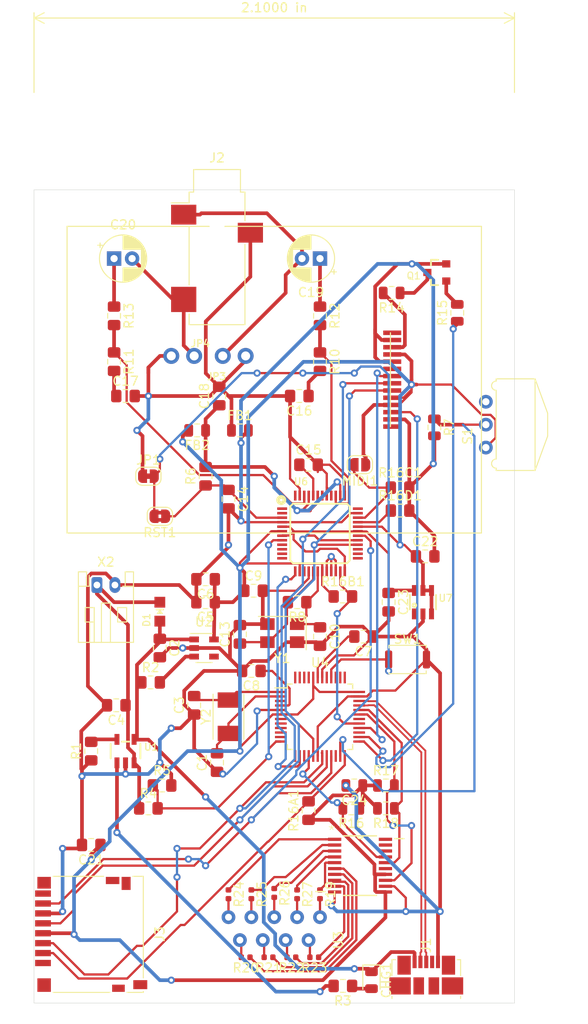
<source format=kicad_pcb>
(kicad_pcb (version 20171130) (host pcbnew 5.1.3-ffb9f22~84~ubuntu18.10.1)
  (layers (0 F.Cu mixed) (1 In1.Cu mixed) (2 In2.Cu mixed) (31 B.Cu mixed) (34 B.Paste user) (35 F.Paste user) (36 B.SilkS user) (37 F.SilkS user) (38 B.Mask user) (39 F.Mask user) (44 Edge.Cuts user))
  (net 0 "")
  (net 1 "Net-(C1-Pad2)")
  (net 2 Earth)
  (net 3 VBUS)
  (net 4 "Net-(C3-Pad2)")
  (net 5 VBAT)
  (net 6 "Net-(C7-Pad2)")
  (net 7 AREF)
  (net 8 +3V3)
  (net 9 "Net-(C10-Pad1)")
  (net 10 "Net-(C13-Pad1)")
  (net 11 MP3RST)
  (net 12 AGND)
  (net 13 "Net-(C15-Pad1)")
  (net 14 "Net-(C16-Pad1)")
  (net 15 "Net-(C17-Pad1)")
  (net 16 AVDD)
  (net 17 R_OUT)
  (net 18 "Net-(C19-Pad1)")
  (net 19 L_OUT)
  (net 20 "Net-(C20-Pad1)")
  (net 21 +1V8)
  (net 22 "Net-(CHG1-Pad2)")
  (net 23 "Net-(J1-Pad6)")
  (net 24 D+)
  (net 25 D-)
  (net 26 MOSI)
  (net 27 SCK)
  (net 28 MISO)
  (net 29 GPIO1)
  (net 30 "Net-(R1-Pad2)")
  (net 31 "Net-(R2-Pad2)")
  (net 32 "Net-(R3-Pad2)")
  (net 33 D9)
  (net 34 RIGHT)
  (net 35 LEFT)
  (net 36 GPIO0)
  (net 37 RESET)
  (net 38 SCL)
  (net 39 SDA)
  (net 40 D6)
  (net 41 D5)
  (net 42 "Net-(LCD1-Pad3)")
  (net 43 "Net-(Q1-Pad3)")
  (net 44 "Net-(Q1-Pad1)")
  (net 45 D12)
  (net 46 D11)
  (net 47 D13)
  (net 48 D0)
  (net 49 "Net-(R19-Pad1)")
  (net 50 "Net-(R20-Pad1)")
  (net 51 "Net-(R21-Pad1)")
  (net 52 "Net-(R22-Pad1)")
  (net 53 "Net-(R23-Pad1)")
  (net 54 "Net-(R24-Pad1)")
  (net 55 "Net-(R25-Pad1)")
  (net 56 "Net-(R26-Pad1)")
  (net 57 "Net-(R27-Pad1)")
  (net 58 "Net-(R19-Pad2)")
  (net 59 "Net-(R20-Pad2)")
  (net 60 "Net-(R21-Pad2)")
  (net 61 "Net-(R22-Pad2)")
  (net 62 "Net-(R23-Pad2)")
  (net 63 "Net-(R24-Pad2)")
  (net 64 "Net-(R25-Pad2)")
  (net 65 "Net-(R26-Pad2)")
  (net 66 "Net-(R27-Pad2)")
  (net 67 D2)
  (net 68 D3)
  (module little-helper:JD-T1800 (layer F.Cu) (at 102.87 59.15 90)
    (fp_text reference LCD1 hide)
    (fp_text value JD-T1800 hide)
    (pad 13 smd rect (at -4.4 13.1 180) (size 2 0.5) (layers F.Cu F.Paste F.Mask) (net 2 Earth))
    (pad 12 smd rect (at -3.6 13.1 180) (size 2 0.5) (layers F.Cu F.Paste F.Mask) (net 46 D11))
    (pad 11 smd rect (at -2.8 13.1 180) (size 2 0.5) (layers F.Cu F.Paste F.Mask) (net 8 +3V3))
    (pad 10 smd rect (at -2 13.1 180) (size 2 0.5) (layers F.Cu F.Paste F.Mask) (net 8 +3V3))
    (pad 9 smd rect (at -1.2 13.1 180) (size 2 0.5) (layers F.Cu F.Paste F.Mask) (net 27 SCK))
    (pad 8 smd rect (at -0.4 13.1 180) (size 2 0.5) (layers F.Cu F.Paste F.Mask) (net 26 MOSI))
    (pad 7 smd rect (at 0.4 13.1 180) (size 2 0.5) (layers F.Cu F.Paste F.Mask) (net 45 D12))
    (pad 6 smd rect (at 1.2 13.1 180) (size 2 0.5) (layers F.Cu F.Paste F.Mask) (net 37 RESET))
    (pad 5 smd rect (at 2 13.1 180) (size 2 0.5) (layers F.Cu F.Paste F.Mask) (net 2 Earth))
    (pad 4 smd rect (at 2.8 13.1 180) (size 2 0.5) (layers F.Cu F.Paste F.Mask) (net 8 +3V3))
    (pad 3 smd rect (at 3.6 13.1 180) (size 2 0.5) (layers F.Cu F.Paste F.Mask) (net 42 "Net-(LCD1-Pad3)"))
    (pad 2 smd rect (at 4.4 13.1 180) (size 2 0.5) (layers F.Cu F.Paste F.Mask) (net 2 Earth))
    (pad 1 smd rect (at 5.2 13.1 180) (size 2 0.5) (layers F.Cu F.Paste F.Mask))
    (pad 14 smd rect (at -5.2 13.1 180) (size 2 0.5) (layers F.Cu F.Paste F.Mask))
    (pad "" np_thru_hole circle (at -12.8 16.9 90) (size 0.6 0.6) (drill 0.6) (layers *.Cu *.Mask))
    (pad "" np_thru_hole circle (at 7.65 16.9 90) (size 0.6 0.6) (drill 0.6) (layers *.Cu *.Mask))
  )
  (module click-wheel-2:connector (layer F.Cu) (at 110.49 121.285 270)
    (fp_text reference U3 (at 0 0.5 270) (layer F.SilkS))
    (fp_text value click-wheel)
    (pad 9 thru_hole circle (at 0 3.81 270) (size 1.524 1.524) (drill 0.762) (layers *.Cu *.Mask) (net 62 "Net-(R23-Pad2)"))
    (pad 8 thru_hole circle (at 0 6.35 270) (size 1.524 1.524) (drill 0.762) (layers *.Cu *.Mask) (net 61 "Net-(R22-Pad2)"))
    (pad 7 thru_hole circle (at 0 8.89 270) (size 1.524 1.524) (drill 0.762) (layers *.Cu *.Mask) (net 60 "Net-(R21-Pad2)"))
    (pad 6 thru_hole circle (at 0 11.43 270) (size 1.524 1.524) (drill 0.762) (layers *.Cu *.Mask) (net 59 "Net-(R20-Pad2)"))
    (pad 1 thru_hole circle (at -2.54 12.7 270) (size 1.524 1.524) (drill 0.762) (layers *.Cu *.Mask) (net 63 "Net-(R24-Pad2)"))
    (pad 2 thru_hole circle (at -2.54 10.16 270) (size 1.524 1.524) (drill 0.762) (layers *.Cu *.Mask) (net 64 "Net-(R25-Pad2)"))
    (pad 3 thru_hole circle (at -2.54 7.62 270) (size 1.524 1.524) (drill 0.762) (layers *.Cu *.Mask) (net 65 "Net-(R26-Pad2)"))
    (pad 4 thru_hole circle (at -2.54 5.08 270) (size 1.524 1.524) (drill 0.762) (layers *.Cu *.Mask) (net 66 "Net-(R27-Pad2)"))
    (pad 5 thru_hole circle (at -2.54 2.54 270) (size 1.524 1.524) (drill 0.762) (layers *.Cu *.Mask) (net 58 "Net-(R19-Pad2)"))
  )
  (module slider:slider (layer F.Cu) (at 123.825 65.405 90)
    (fp_text reference S1 (at 0 0.5 90) (layer F.SilkS))
    (fp_text value 450302014072)
    (pad 3 thru_hole circle (at 3.81 2.54 90) (size 1.524 1.524) (drill 0.8) (layers *.Cu *.Mask))
    (pad 2 thru_hole circle (at -1.27 2.54 90) (size 1.524 1.524) (drill 0.8) (layers *.Cu *.Mask) (net 8 +3V3))
    (pad 1 thru_hole circle (at 1.27 2.54 180) (size 1.524 1.524) (drill 0.8) (layers *.Cu *.Mask) (net 67 D2))
  )
  (module Resistor_SMD:R_0402_1005Metric (layer F.Cu) (at 105.41 116.205 270)
    (fp_text reference R27 (at 0 -1.17 90) (layer F.SilkS))
    (fp_text value 1k)
    (pad 2 smd roundrect (at 0.485 0 270) (size 0.59 0.64) (layers F.Cu F.Paste F.Mask) (net 66 "Net-(R27-Pad2)"))
    (pad 1 smd roundrect (at -0.485 0 270) (size 0.59 0.64) (layers F.Cu F.Paste F.Mask) (net 57 "Net-(R27-Pad1)"))
  )
  (module Resistor_SMD:R_0402_1005Metric (layer F.Cu) (at 102.87 116.055 270)
    (fp_text reference R26 (at 0 -1.17 90) (layer F.SilkS))
    (fp_text value 1k)
    (pad 2 smd roundrect (at 0.485 0 270) (size 0.59 0.64) (layers F.Cu F.Paste F.Mask) (net 65 "Net-(R26-Pad2)"))
    (pad 1 smd roundrect (at -0.485 0 270) (size 0.59 0.64) (layers F.Cu F.Paste F.Mask) (net 56 "Net-(R26-Pad1)"))
  )
  (module Resistor_SMD:R_0402_1005Metric (layer F.Cu) (at 100.33 116.205 270)
    (fp_text reference R25 (at 0 -1.17 90) (layer F.SilkS))
    (fp_text value 1k)
    (pad 2 smd roundrect (at 0.485 0 270) (size 0.59 0.64) (layers F.Cu F.Paste F.Mask) (net 64 "Net-(R25-Pad2)"))
    (pad 1 smd roundrect (at -0.485 0 270) (size 0.59 0.64) (layers F.Cu F.Paste F.Mask) (net 55 "Net-(R25-Pad1)"))
  )
  (module Resistor_SMD:R_0402_1005Metric (layer F.Cu) (at 97.79 116.205 270)
    (fp_text reference R24 (at 0 -1.17 90) (layer F.SilkS))
    (fp_text value 1k)
    (pad 2 smd roundrect (at 0.485 0 270) (size 0.59 0.64) (layers F.Cu F.Paste F.Mask) (net 63 "Net-(R24-Pad2)"))
    (pad 1 smd roundrect (at -0.485 0 270) (size 0.59 0.64) (layers F.Cu F.Paste F.Mask) (net 54 "Net-(R24-Pad1)"))
  )
  (module Resistor_SMD:R_0402_1005Metric (layer F.Cu) (at 107.315 123.19 180)
    (fp_text reference R23 (at 0 -1.17) (layer F.SilkS))
    (fp_text value 1k)
    (pad 2 smd roundrect (at 0.485 0 180) (size 0.59 0.64) (layers F.Cu F.Paste F.Mask) (net 62 "Net-(R23-Pad2)"))
    (pad 1 smd roundrect (at -0.485 0 180) (size 0.59 0.64) (layers F.Cu F.Paste F.Mask) (net 53 "Net-(R23-Pad1)"))
  )
  (module Resistor_SMD:R_0402_1005Metric (layer F.Cu) (at 104.775 123.19 180)
    (fp_text reference R22 (at 0 -1.17) (layer F.SilkS))
    (fp_text value 1k)
    (pad 2 smd roundrect (at 0.485 0 180) (size 0.59 0.64) (layers F.Cu F.Paste F.Mask) (net 61 "Net-(R22-Pad2)"))
    (pad 1 smd roundrect (at -0.485 0 180) (size 0.59 0.64) (layers F.Cu F.Paste F.Mask) (net 52 "Net-(R22-Pad1)"))
  )
  (module Resistor_SMD:R_0402_1005Metric (layer F.Cu) (at 102.235 123.19 180)
    (fp_text reference R21 (at 0 -1.17) (layer F.SilkS))
    (fp_text value 1k)
    (pad 2 smd roundrect (at 0.485 0 180) (size 0.59 0.64) (layers F.Cu F.Paste F.Mask) (net 60 "Net-(R21-Pad2)"))
    (pad 1 smd roundrect (at -0.485 0 180) (size 0.59 0.64) (layers F.Cu F.Paste F.Mask) (net 51 "Net-(R21-Pad1)"))
  )
  (module Resistor_SMD:R_0402_1005Metric (layer F.Cu) (at 99.695 123.19 180)
    (fp_text reference R20 (at 0 -1.17) (layer F.SilkS))
    (fp_text value 1k)
    (pad 2 smd roundrect (at 0.485 0 180) (size 0.59 0.64) (layers F.Cu F.Paste F.Mask) (net 59 "Net-(R20-Pad2)"))
    (pad 1 smd roundrect (at -0.485 0 180) (size 0.59 0.64) (layers F.Cu F.Paste F.Mask) (net 50 "Net-(R20-Pad1)"))
  )
  (module Resistor_SMD:R_0402_1005Metric (layer F.Cu) (at 107.95 116.205 270)
    (fp_text reference R19 (at 0 -1.17 90) (layer F.SilkS))
    (fp_text value 1k)
    (pad 2 smd roundrect (at 0.485 0 270) (size 0.59 0.64) (layers F.Cu F.Paste F.Mask) (net 58 "Net-(R19-Pad2)"))
    (pad 1 smd roundrect (at -0.485 0 270) (size 0.59 0.64) (layers F.Cu F.Paste F.Mask) (net 49 "Net-(R19-Pad1)"))
  )
  (module Connector_JST:JST_PH_S2B-PH-K_1x02_P2.00mm_Horizontal (layer F.Cu) (at 83.185 81.915)
    (fp_text reference X2 (at 1 -2.55) (layer F.SilkS))
    (fp_text value JSTPH)
    (pad 2 thru_hole oval (at 2 0) (size 1.2 1.75) (drill 0.75) (layers *.Cu *.Mask) (net 2 Earth))
    (pad 1 thru_hole roundrect (at 0 0) (size 1.2 1.75) (drill 0.75) (layers *.Cu *.Mask) (roundrect_rratio 0.208333) (net 5 VBAT))
  )
  (module Crystal:Crystal_SMD_5032-4Pin_5.0x3.2mm (layer F.Cu) (at 103.76 87.25 180)
    (fp_text reference Y1 (at 0 -2.8) (layer F.SilkS))
    (fp_text value ABM8G-12.288MHZ-18-D2Y-T)
    (pad 4 smd rect (at -1.65 -1 180) (size 1.6 1.3) (layers F.Cu F.Paste F.Mask) (net 2 Earth))
    (pad 3 smd rect (at 1.65 -1 180) (size 1.6 1.3) (layers F.Cu F.Paste F.Mask) (net 10 "Net-(C13-Pad1)"))
    (pad 2 smd rect (at 1.65 1 180) (size 1.6 1.3) (layers F.Cu F.Paste F.Mask) (net 2 Earth))
    (pad 1 smd rect (at -1.65 1 180) (size 1.6 1.3) (layers F.Cu F.Paste F.Mask) (net 9 "Net-(C10-Pad1)"))
  )
  (module Jumper:SolderJumper-2_P1.3mm_Bridged_RoundedPad1.0x1.5mm (layer F.Cu) (at 88.9 69.85)
    (fp_text reference JP1 (at 0 -1.8) (layer F.SilkS))
    (fp_text value SolderJumper_2_Bridged)
    (fp_poly (pts (xy 0.25 -0.3) (xy -0.25 -0.3) (xy -0.25 0.3) (xy 0.25 0.3)) (layer F.Cu) (width 0))
    (pad 1 smd custom (at -0.65 0) (size 1 0.5) (layers F.Cu F.Mask) (net 12 AGND) (options (clearance outline) (anchor rect)) (primitives (gr_circle (center 0 0.25) (end 0.5 0.25) (width 0)) (gr_circle (center 0 -0.25) (end 0.5 -0.25) (width 0)) (gr_poly (pts (xy 0 -0.75) (xy 0.5 -0.75) (xy 0.5 0.75) (xy 0 0.75)) (width 0))))
    (pad 2 smd custom (at 0.65 0) (size 1 0.5) (layers F.Cu F.Mask) (net 37 RESET) (options (clearance outline) (anchor rect)) (primitives (gr_circle (center 0 0.25) (end 0.5 0.25) (width 0)) (gr_circle (center 0 -0.25) (end 0.5 -0.25) (width 0)) (gr_poly (pts (xy 0 -0.75) (xy -0.5 -0.75) (xy -0.5 0.75) (xy 0 0.75)) (width 0))))
  )
  (module Resistor_SMD:R_0805_2012Metric (layer F.Cu) (at 115.2675 106.68 180)
    (fp_text reference R18 (at 0 -1.65) (layer F.SilkS))
    (fp_text value 10k)
    (pad 2 smd roundrect (at 0.9375 0 180) (size 0.975 1.4) (layers F.Cu F.Paste F.Mask) (net 8 +3V3))
    (pad 1 smd roundrect (at -0.9375 0 180) (size 0.975 1.4) (layers F.Cu F.Paste F.Mask) (net 38 SCL))
  )
  (module Resistor_SMD:R_0805_2012Metric (layer F.Cu) (at 115.2675 104.14)
    (fp_text reference R17 (at 0 -1.65) (layer F.SilkS))
    (fp_text value 10k)
    (pad 2 smd roundrect (at 0.9375 0) (size 0.975 1.4) (layers F.Cu F.Paste F.Mask) (net 39 SDA))
    (pad 1 smd roundrect (at -0.9375 0) (size 0.975 1.4) (layers F.Cu F.Paste F.Mask) (net 8 +3V3))
  )
  (module Resistor_SMD:R_0805_2012Metric (layer F.Cu) (at 111.4275 106.68 180)
    (fp_text reference R16 (at 0 -1.65) (layer F.SilkS))
    (fp_text value 47k)
    (pad 2 smd roundrect (at 0.9375 0 180) (size 0.975 1.4) (layers F.Cu F.Paste F.Mask) (net 48 D0))
    (pad 1 smd roundrect (at -0.9375 0 180) (size 0.975 1.4) (layers F.Cu F.Paste F.Mask) (net 8 +3V3))
  )
  (module Resistor_SMD:R_0805_2012Metric (layer F.Cu) (at 123.19 51.7375 90)
    (fp_text reference R15 (at 0 -1.65 90) (layer F.SilkS))
    (fp_text value 1k)
    (pad 2 smd roundrect (at 0.9375 0 90) (size 0.975 1.4) (layers F.Cu F.Paste F.Mask) (net 44 "Net-(Q1-Pad1)"))
    (pad 1 smd roundrect (at -0.9375 0 90) (size 0.975 1.4) (layers F.Cu F.Paste F.Mask) (net 47 D13))
  )
  (module Resistor_SMD:R_0805_2012Metric (layer F.Cu) (at 115.9025 49.53 180)
    (fp_text reference R14 (at 0 -1.65) (layer F.SilkS))
    (fp_text value 22)
    (pad 2 smd roundrect (at 0.9375 0 180) (size 0.975 1.4) (layers F.Cu F.Paste F.Mask) (net 42 "Net-(LCD1-Pad3)"))
    (pad 1 smd roundrect (at -0.9375 0 180) (size 0.975 1.4) (layers F.Cu F.Paste F.Mask) (net 43 "Net-(Q1-Pad3)"))
  )
  (module Resistor_SMD:R_0805_2012Metric (layer F.Cu) (at 120.65 64.4375 270)
    (fp_text reference R7 (at 0 -1.65 90) (layer F.SilkS))
    (fp_text value 10k)
    (pad 2 smd roundrect (at 0.9375 0 270) (size 0.975 1.4) (layers F.Cu F.Paste F.Mask) (net 2 Earth))
    (pad 1 smd roundrect (at -0.9375 0 270) (size 0.975 1.4) (layers F.Cu F.Paste F.Mask) (net 67 D2))
  )
  (module little-helper:SOT23-3 (layer F.Cu) (at 120.97 47.26 90)
    (fp_text reference Q1 (at -0.8255 -1.778) (layer F.SilkS) (effects (font (size 0.77216 0.77216) (thickness 0.115824)) (justify right bottom)))
    (fp_text value TRANSISTOR_NPNSOT23-3)
    (pad 3 smd rect (at 0 -1.1 90) (size 0.8 0.9) (layers F.Cu F.Paste F.Mask) (net 43 "Net-(Q1-Pad3)"))
    (pad 2 smd rect (at 0.95 1 90) (size 0.8 0.9) (layers F.Cu F.Paste F.Mask) (net 2 Earth))
    (pad 1 smd rect (at -0.95 1 90) (size 0.8 0.9) (layers F.Cu F.Paste F.Mask) (net 44 "Net-(Q1-Pad1)"))
  )
  (module Capacitor_SMD:C_0805_2012Metric (layer F.Cu) (at 111.76 104.14 180)
    (fp_text reference C24 (at 0 -1.65) (layer F.SilkS))
    (fp_text value 0.1uF)
    (pad 2 smd roundrect (at 0.9375 0 180) (size 0.975 1.4) (layers F.Cu F.Paste F.Mask) (net 2 Earth))
    (pad 1 smd roundrect (at -0.9375 0 180) (size 0.975 1.4) (layers F.Cu F.Paste F.Mask) (net 8 +3V3))
  )
  (module little-helper:QT2120 (layer F.Cu) (at 112.395 113.03)
    (fp_text reference U5)
    (fp_text value AT42QT2120_COMMS)
    (fp_text user * (at -3.6576 -3.1496) (layer F.SilkS) (effects (font (size 1.2065 1.2065) (thickness 0.0762)) (justify left bottom)))
    (pad 20 smd rect (at 2.8194 -2.921) (size 1.4732 0.3556) (layers F.Cu F.Paste F.Mask))
    (pad 19 smd rect (at 2.8194 -2.286) (size 1.4732 0.3556) (layers F.Cu F.Paste F.Mask))
    (pad 18 smd rect (at 2.8194 -1.6256) (size 1.4732 0.3556) (layers F.Cu F.Paste F.Mask))
    (pad 17 smd rect (at 2.8194 -0.9652) (size 1.4732 0.3556) (layers F.Cu F.Paste F.Mask) (net 48 D0))
    (pad 16 smd rect (at 2.8194 -0.3302) (size 1.4732 0.3556) (layers F.Cu F.Paste F.Mask) (net 38 SCL))
    (pad 15 smd rect (at 2.8194 0.3302) (size 1.4732 0.3556) (layers F.Cu F.Paste F.Mask))
    (pad 14 smd rect (at 2.8194 0.9652) (size 1.4732 0.3556) (layers F.Cu F.Paste F.Mask) (net 8 +3V3))
    (pad 13 smd rect (at 2.8194 1.6256) (size 1.4732 0.3556) (layers F.Cu F.Paste F.Mask) (net 39 SDA))
    (pad 12 smd rect (at 2.8194 2.286) (size 1.4732 0.3556) (layers F.Cu F.Paste F.Mask) (net 2 Earth))
    (pad 11 smd rect (at 2.8194 2.921) (size 1.4732 0.3556) (layers F.Cu F.Paste F.Mask) (net 8 +3V3))
    (pad 10 smd rect (at -2.8194 2.921) (size 1.4732 0.3556) (layers F.Cu F.Paste F.Mask) (net 2 Earth))
    (pad 9 smd rect (at -2.8194 2.286) (size 1.4732 0.3556) (layers F.Cu F.Paste F.Mask) (net 53 "Net-(R23-Pad1)"))
    (pad 8 smd rect (at -2.8194 1.6256) (size 1.4732 0.3556) (layers F.Cu F.Paste F.Mask) (net 52 "Net-(R22-Pad1)"))
    (pad 7 smd rect (at -2.8194 0.9652) (size 1.4732 0.3556) (layers F.Cu F.Paste F.Mask) (net 51 "Net-(R21-Pad1)"))
    (pad 6 smd rect (at -2.8194 0.3302) (size 1.4732 0.3556) (layers F.Cu F.Paste F.Mask) (net 50 "Net-(R20-Pad1)"))
    (pad 5 smd rect (at -2.8194 -0.3302) (size 1.4732 0.3556) (layers F.Cu F.Paste F.Mask) (net 49 "Net-(R19-Pad1)"))
    (pad 4 smd rect (at -2.8194 -0.9652) (size 1.4732 0.3556) (layers F.Cu F.Paste F.Mask) (net 57 "Net-(R27-Pad1)"))
    (pad 3 smd rect (at -2.8194 -1.6256) (size 1.4732 0.3556) (layers F.Cu F.Paste F.Mask) (net 56 "Net-(R26-Pad1)"))
    (pad 2 smd rect (at -2.8194 -2.286) (size 1.4732 0.3556) (layers F.Cu F.Paste F.Mask) (net 55 "Net-(R25-Pad1)"))
    (pad 1 smd rect (at -2.8194 -2.921) (size 1.4732 0.3556) (layers F.Cu F.Paste F.Mask) (net 54 "Net-(R24-Pad1)"))
  )
  (module Resistor_SMD:R_0805_2012Metric_Pad1.15x1.40mm_HandSolder (layer F.Cu) (at 106.68 106.925 90)
    (fp_text reference R16A1 (at 0 -1.65 90) (layer F.SilkS))
    (fp_text value 100k)
    (pad 2 smd roundrect (at 1.025 0 90) (size 1.15 1.4) (layers F.Cu F.Paste F.Mask) (roundrect_rratio 0.217391) (net 41 D5))
    (pad 1 smd roundrect (at -1.025 0 90) (size 1.15 1.4) (layers F.Cu F.Paste F.Mask) (roundrect_rratio 0.217391) (net 8 +3V3))
  )
  (module Capacitor_THT:CP_Radial_D5.0mm_P2.00mm (layer F.Cu) (at 85.09 45.72)
    (fp_text reference C20 (at 1 -3.75) (layer F.SilkS))
    (fp_text value 220uF)
    (pad 2 thru_hole circle (at 2 0) (size 1.6 1.6) (drill 0.8) (layers *.Cu *.Mask) (net 19 L_OUT))
    (pad 1 thru_hole rect (at 0 0) (size 1.6 1.6) (drill 0.8) (layers *.Cu *.Mask) (net 20 "Net-(C20-Pad1)"))
  )
  (module Capacitor_THT:CP_Radial_D5.0mm_P2.00mm (layer F.Cu) (at 107.95 45.72 180)
    (fp_text reference C19 (at 1 -3.75) (layer F.SilkS))
    (fp_text value 220uF)
    (pad 2 thru_hole circle (at 2 0 180) (size 1.6 1.6) (drill 0.8) (layers *.Cu *.Mask) (net 17 R_OUT))
    (pad 1 thru_hole rect (at 0 0 180) (size 1.6 1.6) (drill 0.8) (layers *.Cu *.Mask) (net 18 "Net-(C19-Pad1)"))
  )
  (module Capacitor_SMD:C_0805_2012Metric_Pad1.15x1.40mm_HandSolder (layer F.Cu) (at 86.36 60.96)
    (fp_text reference C17 (at 0 -1.65) (layer F.SilkS))
    (fp_text value 10nF)
    (pad 2 smd roundrect (at 1.025 0) (size 1.15 1.4) (layers F.Cu F.Paste F.Mask) (roundrect_rratio 0.217391) (net 12 AGND))
    (pad 1 smd roundrect (at -1.025 0) (size 1.15 1.4) (layers F.Cu F.Paste F.Mask) (roundrect_rratio 0.217391) (net 15 "Net-(C17-Pad1)"))
  )
  (module Capacitor_SMD:C_0805_2012Metric_Pad1.15x1.40mm_HandSolder (layer F.Cu) (at 105.655 60.96 180)
    (fp_text reference C16 (at 0 -1.65) (layer F.SilkS))
    (fp_text value 10nF)
    (pad 2 smd roundrect (at 1.025 0 180) (size 1.15 1.4) (layers F.Cu F.Paste F.Mask) (roundrect_rratio 0.217391) (net 12 AGND))
    (pad 1 smd roundrect (at -1.025 0 180) (size 1.15 1.4) (layers F.Cu F.Paste F.Mask) (roundrect_rratio 0.217391) (net 14 "Net-(C16-Pad1)"))
  )
  (module Package_TO_SOT_SMD:SOT-23-5 (layer F.Cu) (at 95.08 88.9)
    (fp_text reference U2 (at 0 -2.9) (layer F.SilkS))
    (fp_text value SPX3819M5-L-3-3)
    (pad 5 smd rect (at 1.1 -0.95) (size 1.06 0.65) (layers F.Cu F.Paste F.Mask) (net 8 +3V3))
    (pad 4 smd rect (at 1.1 0.95) (size 1.06 0.65) (layers F.Cu F.Paste F.Mask))
    (pad 3 smd rect (at -1.1 0.95) (size 1.06 0.65) (layers F.Cu F.Paste F.Mask) (net 31 "Net-(R2-Pad2)"))
    (pad 2 smd rect (at -1.1 0) (size 1.06 0.65) (layers F.Cu F.Paste F.Mask) (net 2 Earth))
    (pad 1 smd rect (at -1.1 -0.95) (size 1.06 0.65) (layers F.Cu F.Paste F.Mask) (net 3 VBUS))
  )
  (module Resistor_SMD:R_0805_2012Metric_Pad1.15x1.40mm_HandSolder (layer F.Cu) (at 89.145 92.71)
    (fp_text reference R2 (at 0 -1.65) (layer F.SilkS))
    (fp_text value 100k)
    (pad 2 smd roundrect (at 1.025 0) (size 1.15 1.4) (layers F.Cu F.Paste F.Mask) (roundrect_rratio 0.217391) (net 31 "Net-(R2-Pad2)"))
    (pad 1 smd roundrect (at -1.025 0) (size 1.15 1.4) (layers F.Cu F.Paste F.Mask) (roundrect_rratio 0.217391) (net 3 VBUS))
  )
  (module Capacitor_SMD:C_0805_2012Metric_Pad1.15x1.40mm_HandSolder (layer F.Cu) (at 90.17 88.9 270)
    (fp_text reference C2 (at 0 -1.65 90) (layer F.SilkS))
    (fp_text value 10uF)
    (pad 1 smd roundrect (at -1.025 0 270) (size 1.15 1.4) (layers F.Cu F.Paste F.Mask) (roundrect_rratio 0.217391) (net 3 VBUS))
    (pad 2 smd roundrect (at 1.025 0 270) (size 1.15 1.4) (layers F.Cu F.Paste F.Mask) (roundrect_rratio 0.217391) (net 2 Earth))
  )
  (module mpr121:CHIPLED_0805_NOOUTLINE (layer F.Cu) (at 90.17 84.87)
    (fp_text reference D1 (at -1.016 1.778 270) (layer F.SilkS) (effects (font (size 0.77216 0.77216) (thickness 0.138988)) (justify left bottom)))
    (fp_text value MBR120)
    (pad A smd rect (at 0 1.05) (size 1.2 1.2) (layers F.Cu F.Paste F.Mask) (net 3 VBUS))
    (pad C smd rect (at 0 -1.05) (size 1.2 1.2) (layers F.Cu F.Paste F.Mask) (net 5 VBAT))
  )
  (module Capacitor_SMD:C_0805_2012Metric_Pad1.15x1.40mm_HandSolder (layer F.Cu) (at 95.25 83.82 180)
    (fp_text reference C5 (at 0 -1.65) (layer F.SilkS))
    (fp_text value 10uF)
    (pad 2 smd roundrect (at 1.025 0 180) (size 1.15 1.4) (layers F.Cu F.Paste F.Mask) (roundrect_rratio 0.217391) (net 2 Earth))
    (pad 1 smd roundrect (at -1.025 0 180) (size 1.15 1.4) (layers F.Cu F.Paste F.Mask) (roundrect_rratio 0.217391) (net 8 +3V3))
  )
  (module Crystal:Crystal_SMD_TXC_7A-2Pin_5x3.2mm (layer F.Cu) (at 97.79 96.52 90)
    (fp_text reference Y2 (at 0 -2.5 90) (layer F.SilkS))
    (fp_text value Crystal)
    (pad 2 smd rect (at 1.85 0 90) (size 1.7 2.4) (layers F.Cu F.Paste F.Mask) (net 4 "Net-(C3-Pad2)"))
    (pad 1 smd rect (at -1.85 0 90) (size 1.7 2.4) (layers F.Cu F.Paste F.Mask) (net 1 "Net-(C1-Pad2)"))
  )
  (module "adafruit -music:SOT23-6" (layer F.Cu) (at 119.38 83.82)
    (fp_text reference U7 (at 1.651 0) (layer F.SilkS) (effects (font (size 0.77216 0.77216) (thickness 0.138988)) (justify left bottom)))
    (fp_text value VREG_SOT23-6_DUALAP7312)
    (pad 6 smd rect (at -0.95 -1.3) (size 0.55 1.2) (layers F.Cu F.Paste F.Mask) (net 21 +1V8))
    (pad 5 smd rect (at 0 -1.3) (size 0.55 1.2) (layers F.Cu F.Paste F.Mask) (net 8 +3V3))
    (pad 4 smd rect (at 0.95 -1.3) (size 0.55 1.2) (layers F.Cu F.Paste F.Mask) (net 8 +3V3))
    (pad 3 smd rect (at 0.95 1.3) (size 0.55 1.2) (layers F.Cu F.Paste F.Mask) (net 8 +3V3))
    (pad 2 smd rect (at 0 1.3) (size 0.55 1.2) (layers F.Cu F.Paste F.Mask) (net 2 Earth))
    (pad 1 smd rect (at -0.95 1.3) (size 0.55 1.2) (layers F.Cu F.Paste F.Mask) (net 8 +3V3))
  )
  (module "adafruit -music:LQFP48" (layer F.Cu) (at 107.95 76.2)
    (fp_text reference U6 (at -2.974 -5.3001) (layer F.SilkS) (effects (font (size 0.77216 0.77216) (thickness 0.138988)) (justify left bottom)))
    (fp_text value VS1053B)
    (pad 48 smd rect (at -2.75 -4.2) (size 0.28 1.1) (layers F.Cu F.Paste F.Mask))
    (pad 47 smd rect (at -2.25 -4.2) (size 0.285 1.1) (layers F.Cu F.Paste F.Mask) (net 12 AGND))
    (pad 46 smd rect (at -1.75 -4.2) (size 0.285 1.1) (layers F.Cu F.Paste F.Mask) (net 35 LEFT))
    (pad 45 smd rect (at -1.25 -4.2) (size 0.285 1.1) (layers F.Cu F.Paste F.Mask) (net 16 AVDD))
    (pad 44 smd rect (at -0.75 -4.2) (size 0.285 1.1) (layers F.Cu F.Paste F.Mask) (net 13 "Net-(C15-Pad1)"))
    (pad 43 smd rect (at -0.25 -4.2) (size 0.285 1.1) (layers F.Cu F.Paste F.Mask) (net 16 AVDD))
    (pad 42 smd rect (at 0.25 -4.2) (size 0.285 1.1) (layers F.Cu F.Paste F.Mask))
    (pad 41 smd rect (at 0.75 -4.2) (size 0.285 1.1) (layers F.Cu F.Paste F.Mask) (net 12 AGND))
    (pad 40 smd rect (at 1.25 -4.2) (size 0.285 1.1) (layers F.Cu F.Paste F.Mask) (net 12 AGND))
    (pad 39 smd rect (at 1.75 -4.2) (size 0.285 1.1) (layers F.Cu F.Paste F.Mask) (net 34 RIGHT))
    (pad 38 smd rect (at 2.25 -4.2) (size 0.285 1.1) (layers F.Cu F.Paste F.Mask) (net 16 AVDD))
    (pad 37 smd rect (at 2.75 -4.2) (size 0.285 1.1) (layers F.Cu F.Paste F.Mask) (net 12 AGND))
    (pad 36 smd rect (at 4.2 -2.75) (size 1.1 0.285) (layers F.Cu F.Paste F.Mask))
    (pad 35 smd rect (at 4.2 -2.25) (size 1.1 0.285) (layers F.Cu F.Paste F.Mask) (net 2 Earth))
    (pad 34 smd rect (at 4.2 -1.75) (size 1.1 0.285) (layers F.Cu F.Paste F.Mask) (net 29 GPIO1))
    (pad 33 smd rect (at 4.2 -1.25) (size 1.1 0.285) (layers F.Cu F.Paste F.Mask) (net 36 GPIO0))
    (pad 32 smd rect (at 4.2 -0.75) (size 1.1 0.285) (layers F.Cu F.Paste F.Mask) (net 8 +3V3))
    (pad 31 smd rect (at 4.2 -0.25) (size 1.1 0.285) (layers F.Cu F.Paste F.Mask) (net 21 +1V8))
    (pad 30 smd rect (at 4.2 0.25) (size 1.1 0.285) (layers F.Cu F.Paste F.Mask) (net 28 MISO))
    (pad 29 smd rect (at 4.2 0.75) (size 1.1 0.285) (layers F.Cu F.Paste F.Mask) (net 26 MOSI))
    (pad 28 smd rect (at 4.2 1.25) (size 1.1 0.285) (layers F.Cu F.Paste F.Mask) (net 27 SCK))
    (pad 27 smd rect (at 4.2 1.75) (size 1.1 0.285) (layers F.Cu F.Paste F.Mask))
    (pad 26 smd rect (at 4.2 2.25) (size 1.1 0.285) (layers F.Cu F.Paste F.Mask))
    (pad 25 smd rect (at 4.2 2.75) (size 1.1 0.285) (layers F.Cu F.Paste F.Mask))
    (pad 24 smd rect (at 2.75 4.2) (size 0.285 1.1) (layers F.Cu F.Paste F.Mask) (net 21 +1V8))
    (pad 23 smd rect (at 2.25 4.2) (size 0.285 1.1) (layers F.Cu F.Paste F.Mask) (net 40 D6))
    (pad 22 smd rect (at 1.75 4.2) (size 0.285 1.1) (layers F.Cu F.Paste F.Mask) (net 2 Earth))
    (pad 21 smd rect (at 1.25 4.2) (size 0.285 1.1) (layers F.Cu F.Paste F.Mask) (net 2 Earth))
    (pad 20 smd rect (at 0.75 4.2) (size 0.285 1.1) (layers F.Cu F.Paste F.Mask) (net 2 Earth))
    (pad 19 smd rect (at 0.25 4.2) (size 0.285 1.1) (layers F.Cu F.Paste F.Mask) (net 8 +3V3))
    (pad 18 smd rect (at -0.25 4.2) (size 0.285 1.1) (layers F.Cu F.Paste F.Mask) (net 9 "Net-(C10-Pad1)"))
    (pad 17 smd rect (at -0.75 4.2) (size 0.285 1.1) (layers F.Cu F.Paste F.Mask) (net 10 "Net-(C13-Pad1)"))
    (pad 16 smd rect (at -1.25 4.2) (size 0.285 1.1) (layers F.Cu F.Paste F.Mask) (net 2 Earth))
    (pad 15 smd rect (at -1.75 4.2) (size 0.285 1.1) (layers F.Cu F.Paste F.Mask))
    (pad 14 smd rect (at -2.25 4.2) (size 0.285 1.1) (layers F.Cu F.Paste F.Mask) (net 8 +3V3))
    (pad 13 smd rect (at -2.75 4.2) (size 0.285 1.1) (layers F.Cu F.Paste F.Mask) (net 68 D3))
    (pad 12 smd rect (at -4.2 2.75) (size 1.1 0.285) (layers F.Cu F.Paste F.Mask))
    (pad 11 smd rect (at -4.2 2.25) (size 1.1 0.285) (layers F.Cu F.Paste F.Mask))
    (pad 10 smd rect (at -4.2 1.75) (size 1.1 0.285) (layers F.Cu F.Paste F.Mask))
    (pad 9 smd rect (at -4.2 1.25) (size 1.1 0.285) (layers F.Cu F.Paste F.Mask))
    (pad 8 smd rect (at -4.2 0.75) (size 1.1 0.285) (layers F.Cu F.Paste F.Mask) (net 33 D9))
    (pad 7 smd rect (at -4.2 0.25) (size 1.1 0.285) (layers F.Cu F.Paste F.Mask) (net 21 +1V8))
    (pad 6 smd rect (at -4.2 -0.25) (size 1.1 0.285) (layers F.Cu F.Paste F.Mask) (net 8 +3V3))
    (pad 5 smd rect (at -4.2 -0.75) (size 1.1 0.285) (layers F.Cu F.Paste F.Mask) (net 21 +1V8))
    (pad 4 smd rect (at -4.2 -1.25) (size 1.1 0.285) (layers F.Cu F.Paste F.Mask) (net 2 Earth))
    (pad 3 smd rect (at -4.2 -1.75) (size 1.1 0.285) (layers F.Cu F.Paste F.Mask) (net 11 MP3RST))
    (pad 2 smd rect (at -4.2 -2.25) (size 1.1 0.285) (layers F.Cu F.Paste F.Mask))
    (pad 1 smd rect (at -4.2 -2.75) (size 1.1 0.285) (layers F.Cu F.Paste F.Mask))
  )
  (module Package_QFP:TQFP-48_7x7mm_P0.5mm (layer F.Cu) (at 107.95 96.52)
    (fp_text reference U4 (at 0 -6) (layer F.SilkS))
    (fp_text value ATSAMD21G18A-AUT)
    (pad 48 smd rect (at -2.75 -4.35 90) (size 1.3 0.25) (layers F.Cu F.Paste F.Mask))
    (pad 47 smd rect (at -2.25 -4.35 90) (size 1.3 0.25) (layers F.Cu F.Paste F.Mask))
    (pad 46 smd rect (at -1.75 -4.35 90) (size 1.3 0.25) (layers F.Cu F.Paste F.Mask))
    (pad 45 smd rect (at -1.25 -4.35 90) (size 1.3 0.25) (layers F.Cu F.Paste F.Mask))
    (pad 44 smd rect (at -0.75 -4.35 90) (size 1.3 0.25) (layers F.Cu F.Paste F.Mask) (net 8 +3V3))
    (pad 43 smd rect (at -0.25 -4.35 90) (size 1.3 0.25) (layers F.Cu F.Paste F.Mask) (net 6 "Net-(C7-Pad2)"))
    (pad 42 smd rect (at 0.25 -4.35 90) (size 1.3 0.25) (layers F.Cu F.Paste F.Mask) (net 2 Earth))
    (pad 41 smd rect (at 0.75 -4.35 90) (size 1.3 0.25) (layers F.Cu F.Paste F.Mask))
    (pad 40 smd rect (at 1.25 -4.35 90) (size 1.3 0.25) (layers F.Cu F.Paste F.Mask) (net 37 RESET))
    (pad 39 smd rect (at 1.75 -4.35 90) (size 1.3 0.25) (layers F.Cu F.Paste F.Mask))
    (pad 38 smd rect (at 2.25 -4.35 90) (size 1.3 0.25) (layers F.Cu F.Paste F.Mask))
    (pad 37 smd rect (at 2.75 -4.35 90) (size 1.3 0.25) (layers F.Cu F.Paste F.Mask))
    (pad 36 smd rect (at 4.35 -2.75) (size 1.3 0.25) (layers F.Cu F.Paste F.Mask) (net 8 +3V3))
    (pad 35 smd rect (at 4.35 -2.25) (size 1.3 0.25) (layers F.Cu F.Paste F.Mask) (net 2 Earth))
    (pad 34 smd rect (at 4.35 -1.75) (size 1.3 0.25) (layers F.Cu F.Paste F.Mask) (net 24 D+))
    (pad 33 smd rect (at 4.35 -1.25) (size 1.3 0.25) (layers F.Cu F.Paste F.Mask) (net 25 D-))
    (pad 32 smd rect (at 4.35 -0.75) (size 1.3 0.25) (layers F.Cu F.Paste F.Mask) (net 38 SCL))
    (pad 31 smd rect (at 4.35 -0.25) (size 1.3 0.25) (layers F.Cu F.Paste F.Mask) (net 39 SDA))
    (pad 30 smd rect (at 4.35 0.25) (size 1.3 0.25) (layers F.Cu F.Paste F.Mask))
    (pad 29 smd rect (at 4.35 0.75) (size 1.3 0.25) (layers F.Cu F.Paste F.Mask) (net 40 D6))
    (pad 28 smd rect (at 4.35 1.25) (size 1.3 0.25) (layers F.Cu F.Paste F.Mask) (net 45 D12))
    (pad 27 smd rect (at 4.35 1.75) (size 1.3 0.25) (layers F.Cu F.Paste F.Mask))
    (pad 26 smd rect (at 4.35 2.25) (size 1.3 0.25) (layers F.Cu F.Paste F.Mask) (net 47 D13))
    (pad 25 smd rect (at 4.35 2.75) (size 1.3 0.25) (layers F.Cu F.Paste F.Mask) (net 46 D11))
    (pad 24 smd rect (at 2.75 4.35 90) (size 1.3 0.25) (layers F.Cu F.Paste F.Mask) (net 41 D5))
    (pad 23 smd rect (at 2.25 4.35 90) (size 1.3 0.25) (layers F.Cu F.Paste F.Mask) (net 67 D2))
    (pad 22 smd rect (at 1.75 4.35 90) (size 1.3 0.25) (layers F.Cu F.Paste F.Mask))
    (pad 21 smd rect (at 1.25 4.35 90) (size 1.3 0.25) (layers F.Cu F.Paste F.Mask) (net 28 MISO))
    (pad 20 smd rect (at 0.75 4.35 90) (size 1.3 0.25) (layers F.Cu F.Paste F.Mask) (net 27 SCK))
    (pad 19 smd rect (at 0.25 4.35 90) (size 1.3 0.25) (layers F.Cu F.Paste F.Mask) (net 26 MOSI))
    (pad 18 smd rect (at -0.25 4.35 90) (size 1.3 0.25) (layers F.Cu F.Paste F.Mask) (net 2 Earth))
    (pad 17 smd rect (at -0.75 4.35 90) (size 1.3 0.25) (layers F.Cu F.Paste F.Mask) (net 8 +3V3))
    (pad 16 smd rect (at -1.25 4.35 90) (size 1.3 0.25) (layers F.Cu F.Paste F.Mask) (net 48 D0))
    (pad 15 smd rect (at -1.75 4.35 90) (size 1.3 0.25) (layers F.Cu F.Paste F.Mask))
    (pad 14 smd rect (at -2.25 4.35 90) (size 1.3 0.25) (layers F.Cu F.Paste F.Mask) (net 68 D3))
    (pad 13 smd rect (at -2.75 4.35 90) (size 1.3 0.25) (layers F.Cu F.Paste F.Mask))
    (pad 12 smd rect (at -4.35 2.75) (size 1.3 0.25) (layers F.Cu F.Paste F.Mask) (net 33 D9))
    (pad 11 smd rect (at -4.35 2.25) (size 1.3 0.25) (layers F.Cu F.Paste F.Mask))
    (pad 10 smd rect (at -4.35 1.75) (size 1.3 0.25) (layers F.Cu F.Paste F.Mask))
    (pad 9 smd rect (at -4.35 1.25) (size 1.3 0.25) (layers F.Cu F.Paste F.Mask))
    (pad 8 smd rect (at -4.35 0.75) (size 1.3 0.25) (layers F.Cu F.Paste F.Mask))
    (pad 7 smd rect (at -4.35 0.25) (size 1.3 0.25) (layers F.Cu F.Paste F.Mask))
    (pad 6 smd rect (at -4.35 -0.25) (size 1.3 0.25) (layers F.Cu F.Paste F.Mask) (net 8 +3V3))
    (pad 5 smd rect (at -4.35 -0.75) (size 1.3 0.25) (layers F.Cu F.Paste F.Mask) (net 2 Earth))
    (pad 4 smd rect (at -4.35 -1.25) (size 1.3 0.25) (layers F.Cu F.Paste F.Mask) (net 7 AREF))
    (pad 3 smd rect (at -4.35 -1.75) (size 1.3 0.25) (layers F.Cu F.Paste F.Mask))
    (pad 2 smd rect (at -4.35 -2.25) (size 1.3 0.25) (layers F.Cu F.Paste F.Mask) (net 1 "Net-(C1-Pad2)"))
    (pad 1 smd rect (at -4.35 -2.75) (size 1.3 0.25) (layers F.Cu F.Paste F.Mask) (net 4 "Net-(C3-Pad2)"))
  )
  (module adafruit-m0:SOT23-5 (layer F.Cu) (at 86.36 100.33)
    (fp_text reference U1 (at 1.978 0 180) (layer F.SilkS) (effects (font (size 0.77216 0.77216) (thickness 0.138988)) (justify left bottom)))
    (fp_text value MCP73831-2-OT)
    (pad 5 smd rect (at -0.95 -1.3001) (size 0.55 1.2) (layers F.Cu F.Paste F.Mask) (net 30 "Net-(R1-Pad2)"))
    (pad 4 smd rect (at 0.95 -1.3001) (size 0.55 1.2) (layers F.Cu F.Paste F.Mask) (net 3 VBUS))
    (pad 3 smd rect (at 0.95 1.3001) (size 0.55 1.2) (layers F.Cu F.Paste F.Mask) (net 5 VBAT))
    (pad 2 smd rect (at 0 1.3001) (size 0.55 1.2) (layers F.Cu F.Paste F.Mask) (net 2 Earth))
    (pad 1 smd rect (at -0.95 1.3001) (size 0.55 1.2) (layers F.Cu F.Paste F.Mask) (net 32 "Net-(R3-Pad2)"))
  )
  (module Button_Switch_SMD:SW_Push_SPST_NO_Alps_SKRK (layer F.Cu) (at 117.67 90.17)
    (fp_text reference SW1 (at 0 -2.25) (layer F.SilkS))
    (fp_text value SW_Push)
    (pad 1 smd roundrect (at -2.1 0) (size 0.8 2) (layers F.Cu F.Paste F.Mask) (net 37 RESET))
    (pad 2 smd roundrect (at 2.1 0) (size 0.8 2) (layers F.Cu F.Paste F.Mask) (net 2 Earth))
  )
  (module Jumper:SolderJumper-2_P1.3mm_Bridged2Bar_RoundedPad1.0x1.5mm (layer F.Cu) (at 90.17 74.295 180)
    (fp_text reference RST1 (at 0 -1.8) (layer F.SilkS))
    (fp_text value SolderJumper_2_Bridged)
    (fp_poly (pts (xy -0.25 -0.6) (xy 0.25 -0.6) (xy 0.25 -0.2) (xy -0.25 -0.2)) (layer F.Cu) (width 0))
    (fp_poly (pts (xy -0.25 0.2) (xy 0.25 0.2) (xy 0.25 0.6) (xy -0.25 0.6)) (layer F.Cu) (width 0))
    (pad 1 smd custom (at -0.65 0 180) (size 1 0.5) (layers F.Cu F.Mask) (net 11 MP3RST) (options (clearance outline) (anchor rect)) (primitives (gr_circle (center 0 0.25) (end 0.5 0.25) (width 0)) (gr_circle (center 0 -0.25) (end 0.5 -0.25) (width 0)) (gr_poly (pts (xy 0.5 0.75) (xy 0.5 -0.75) (xy 0 -0.75) (xy 0 0.75)) (width 0))))
    (pad 2 smd custom (at 0.65 0 180) (size 1 0.5) (layers F.Cu F.Mask) (net 37 RESET) (options (clearance outline) (anchor rect)) (primitives (gr_circle (center 0 0.25) (end 0.5 0.25) (width 0)) (gr_circle (center 0 -0.25) (end 0.5 -0.25) (width 0)) (gr_poly (pts (xy -0.5 0.75) (xy -0.5 -0.75) (xy 0 -0.75) (xy 0 0.75)) (width 0))))
  )
  (module Resistor_SMD:R_0805_2012Metric_Pad1.15x1.40mm_HandSolder (layer F.Cu) (at 116.84 73.66)
    (fp_text reference R16D1 (at 0 -1.65) (layer F.SilkS))
    (fp_text value 100k)
    (pad 2 smd roundrect (at 1.025 0) (size 1.15 1.4) (layers F.Cu F.Paste F.Mask) (roundrect_rratio 0.217391) (net 2 Earth))
    (pad 1 smd roundrect (at -1.025 0) (size 1.15 1.4) (layers F.Cu F.Paste F.Mask) (roundrect_rratio 0.217391) (net 36 GPIO0))
  )
  (module Resistor_SMD:R_0805_2012Metric_Pad1.15x1.40mm_HandSolder (layer F.Cu) (at 116.84 71.12)
    (fp_text reference R16C1 (at 0 -1.65) (layer F.SilkS))
    (fp_text value 100k)
    (pad 2 smd roundrect (at 1.025 0) (size 1.15 1.4) (layers F.Cu F.Paste F.Mask) (roundrect_rratio 0.217391) (net 2 Earth))
    (pad 1 smd roundrect (at -1.025 0) (size 1.15 1.4) (layers F.Cu F.Paste F.Mask) (roundrect_rratio 0.217391) (net 29 GPIO1))
  )
  (module Resistor_SMD:R_0805_2012Metric_Pad1.15x1.40mm_HandSolder (layer F.Cu) (at 110.49 83.185)
    (fp_text reference R16B1 (at 0 -1.65) (layer F.SilkS))
    (fp_text value 100k)
    (pad 2 smd roundrect (at 1.025 0) (size 1.15 1.4) (layers F.Cu F.Paste F.Mask) (roundrect_rratio 0.217391) (net 40 D6))
    (pad 1 smd roundrect (at -1.025 0) (size 1.15 1.4) (layers F.Cu F.Paste F.Mask) (roundrect_rratio 0.217391) (net 8 +3V3))
  )
  (module Resistor_SMD:R_0805_2012Metric_Pad1.15x1.40mm_HandSolder (layer F.Cu) (at 85.09 52.07 270)
    (fp_text reference R13 (at 0 -1.65 90) (layer F.SilkS))
    (fp_text value 100)
    (pad 2 smd roundrect (at 1.025 0 270) (size 1.15 1.4) (layers F.Cu F.Paste F.Mask) (roundrect_rratio 0.217391) (net 35 LEFT))
    (pad 1 smd roundrect (at -1.025 0 270) (size 1.15 1.4) (layers F.Cu F.Paste F.Mask) (roundrect_rratio 0.217391) (net 20 "Net-(C20-Pad1)"))
  )
  (module Resistor_SMD:R_0805_2012Metric_Pad1.15x1.40mm_HandSolder (layer F.Cu) (at 107.95 52.07 270)
    (fp_text reference R12 (at 0 -1.65 90) (layer F.SilkS))
    (fp_text value 100)
    (pad 2 smd roundrect (at 1.025 0 270) (size 1.15 1.4) (layers F.Cu F.Paste F.Mask) (roundrect_rratio 0.217391) (net 34 RIGHT))
    (pad 1 smd roundrect (at -1.025 0 270) (size 1.15 1.4) (layers F.Cu F.Paste F.Mask) (roundrect_rratio 0.217391) (net 18 "Net-(C19-Pad1)"))
  )
  (module Resistor_SMD:R_0805_2012Metric_Pad1.15x1.40mm_HandSolder (layer F.Cu) (at 85.09 57.15 270)
    (fp_text reference R11 (at 0 -1.65 90) (layer F.SilkS))
    (fp_text value 22)
    (pad 2 smd roundrect (at 1.025 0 270) (size 1.15 1.4) (layers F.Cu F.Paste F.Mask) (roundrect_rratio 0.217391) (net 15 "Net-(C17-Pad1)"))
    (pad 1 smd roundrect (at -1.025 0 270) (size 1.15 1.4) (layers F.Cu F.Paste F.Mask) (roundrect_rratio 0.217391) (net 35 LEFT))
  )
  (module Resistor_SMD:R_0805_2012Metric_Pad1.15x1.40mm_HandSolder (layer F.Cu) (at 107.95 57.15 270)
    (fp_text reference R10 (at 0 -1.65 90) (layer F.SilkS))
    (fp_text value 22)
    (pad 2 smd roundrect (at 1.025 0 270) (size 1.15 1.4) (layers F.Cu F.Paste F.Mask) (roundrect_rratio 0.217391) (net 14 "Net-(C16-Pad1)"))
    (pad 1 smd roundrect (at -1.025 0 270) (size 1.15 1.4) (layers F.Cu F.Paste F.Mask) (roundrect_rratio 0.217391) (net 34 RIGHT))
  )
  (module Resistor_SMD:R_0805_2012Metric_Pad1.15x1.40mm_HandSolder (layer F.Cu) (at 105.41 83.82 180)
    (fp_text reference R8 (at 0 -1.65) (layer F.SilkS))
    (fp_text value 1M)
    (pad 2 smd roundrect (at 1.025 0 180) (size 1.15 1.4) (layers F.Cu F.Paste F.Mask) (roundrect_rratio 0.217391) (net 10 "Net-(C13-Pad1)"))
    (pad 1 smd roundrect (at -1.025 0 180) (size 1.15 1.4) (layers F.Cu F.Paste F.Mask) (roundrect_rratio 0.217391) (net 9 "Net-(C10-Pad1)"))
  )
  (module Resistor_SMD:R_0805_2012Metric_Pad1.15x1.40mm_HandSolder (layer F.Cu) (at 95.25 69.85 90)
    (fp_text reference R6 (at 0 -1.65 90) (layer F.SilkS))
    (fp_text value 100k)
    (pad 2 smd roundrect (at 1.025 0 90) (size 1.15 1.4) (layers F.Cu F.Paste F.Mask) (roundrect_rratio 0.217391) (net 16 AVDD))
    (pad 1 smd roundrect (at -1.025 0 90) (size 1.15 1.4) (layers F.Cu F.Paste F.Mask) (roundrect_rratio 0.217391) (net 11 MP3RST))
  )
  (module Resistor_SMD:R_0805_2012Metric_Pad1.15x1.40mm_HandSolder (layer F.Cu) (at 90.415 104.14)
    (fp_text reference R5 (at 0 -1.65) (layer F.SilkS))
    (fp_text value 100k)
    (pad 2 smd roundrect (at 1.025 0) (size 1.15 1.4) (layers F.Cu F.Paste F.Mask) (roundrect_rratio 0.217391) (net 2 Earth))
    (pad 1 smd roundrect (at -1.025 0) (size 1.15 1.4) (layers F.Cu F.Paste F.Mask) (roundrect_rratio 0.217391) (net 33 D9))
  )
  (module Resistor_SMD:R_0805_2012Metric_Pad1.15x1.40mm_HandSolder (layer F.Cu) (at 88.9 106.68)
    (fp_text reference R4 (at 0 -1.65) (layer F.SilkS))
    (fp_text value 100k)
    (pad 2 smd roundrect (at 1.025 0) (size 1.15 1.4) (layers F.Cu F.Paste F.Mask) (roundrect_rratio 0.217391) (net 33 D9))
    (pad 1 smd roundrect (at -1.025 0) (size 1.15 1.4) (layers F.Cu F.Paste F.Mask) (roundrect_rratio 0.217391) (net 5 VBAT))
  )
  (module Resistor_SMD:R_0805_2012Metric_Pad1.15x1.40mm_HandSolder (layer F.Cu) (at 110.49 126.365 180)
    (fp_text reference R3 (at 0 -1.65) (layer F.SilkS))
    (fp_text value 1k)
    (pad 2 smd roundrect (at 1.025 0 180) (size 1.15 1.4) (layers F.Cu F.Paste F.Mask) (roundrect_rratio 0.217391) (net 32 "Net-(R3-Pad2)"))
    (pad 1 smd roundrect (at -1.025 0 180) (size 1.15 1.4) (layers F.Cu F.Paste F.Mask) (roundrect_rratio 0.217391) (net 22 "Net-(CHG1-Pad2)"))
  )
  (module Resistor_SMD:R_0805_2012Metric_Pad1.15x1.40mm_HandSolder (layer F.Cu) (at 82.55 100.33 90)
    (fp_text reference R1 (at 0 -1.65 90) (layer F.SilkS))
    (fp_text value 10k)
    (pad 2 smd roundrect (at 1.025 0 90) (size 1.15 1.4) (layers F.Cu F.Paste F.Mask) (roundrect_rratio 0.217391) (net 30 "Net-(R1-Pad2)"))
    (pad 1 smd roundrect (at -1.025 0 90) (size 1.15 1.4) (layers F.Cu F.Paste F.Mask) (roundrect_rratio 0.217391) (net 2 Earth))
  )
  (module Jumper:SolderJumper-2_P1.3mm_Open_RoundedPad1.0x1.5mm (layer F.Cu) (at 112.38 68.58 180)
    (fp_text reference MIDI1 (at 0 -1.8) (layer F.SilkS))
    (fp_text value SolderJumper)
    (pad 2 smd custom (at 0.65 0 180) (size 1 0.5) (layers F.Cu F.Mask) (net 29 GPIO1) (options (clearance outline) (anchor rect)) (primitives (gr_circle (center 0 0.25) (end 0.5 0.25) (width 0)) (gr_circle (center 0 -0.25) (end 0.5 -0.25) (width 0)) (gr_poly (pts (xy 0 -0.75) (xy -0.5 -0.75) (xy -0.5 0.75) (xy 0 0.75)) (width 0))))
    (pad 1 smd custom (at -0.65 0 180) (size 1 0.5) (layers F.Cu F.Mask) (net 8 +3V3) (options (clearance outline) (anchor rect)) (primitives (gr_circle (center 0 0.25) (end 0.5 0.25) (width 0)) (gr_circle (center 0 -0.25) (end 0.5 -0.25) (width 0)) (gr_poly (pts (xy 0 -0.75) (xy 0.5 -0.75) (xy 0.5 0.75) (xy 0 0.75)) (width 0))))
  )
  (module "adafruit -music:1X02_ROUND" (layer F.Cu) (at 98.425 56.515)
    (fp_text reference JP4 (at -2.6162 -1.8288) (layer F.SilkS) (effects (font (size 0.77216 0.77216) (thickness 0.146304)) (justify right top)))
    (fp_text value HEADER-1X2ROUND)
    (pad 2 thru_hole circle (at 1.27 0 90) (size 1.778 1.778) (drill 1) (layers *.Cu *.Mask) (net 12 AGND))
    (pad 1 thru_hole circle (at -1.27 0 90) (size 1.778 1.778) (drill 1) (layers *.Cu *.Mask) (net 17 R_OUT))
  )
  (module "adafruit -music:1X02_ROUND" (layer F.Cu) (at 92.71 56.515 180)
    (fp_text reference JP3 (at -2.6162 -1.8288) (layer F.SilkS) (effects (font (size 0.77216 0.77216) (thickness 0.146304)) (justify left top)))
    (fp_text value HEADER-1X2ROUND)
    (pad 2 thru_hole circle (at 1.27 0 270) (size 1.778 1.778) (drill 1) (layers *.Cu *.Mask) (net 12 AGND))
    (pad 1 thru_hole circle (at -1.27 0 270) (size 1.778 1.778) (drill 1) (layers *.Cu *.Mask) (net 19 L_OUT))
  )
  (module Connector_Card:microSD_HC_Hirose_DM3D-SF (layer F.Cu) (at 82.55 120.65 270)
    (fp_text reference J3 (at -0.025 -7.625 90) (layer F.SilkS))
    (fp_text value Micro_SD_Card)
    (pad 10 smd rect (at 5.575 -5.45 270) (size 1 1.55) (layers F.Cu F.Paste F.Mask))
    (pad 11 smd rect (at 5.625 5.225 270) (size 1.5 1.5) (layers F.Cu F.Paste F.Mask))
    (pad 1 smd rect (at 3.175 5.35 270) (size 0.7 1.75) (layers F.Cu F.Paste F.Mask))
    (pad 2 smd rect (at 2.075 5.35 270) (size 0.7 1.75) (layers F.Cu F.Paste F.Mask) (net 41 D5))
    (pad 3 smd rect (at 0.975 5.35 270) (size 0.7 1.75) (layers F.Cu F.Paste F.Mask) (net 26 MOSI))
    (pad 4 smd rect (at -0.125 5.35 270) (size 0.7 1.75) (layers F.Cu F.Paste F.Mask) (net 8 +3V3))
    (pad 5 smd rect (at -1.225 5.35 270) (size 0.7 1.75) (layers F.Cu F.Paste F.Mask) (net 27 SCK))
    (pad 6 smd rect (at -2.325 5.35 270) (size 0.7 1.75) (layers F.Cu F.Paste F.Mask) (net 2 Earth))
    (pad 7 smd rect (at -3.425 5.35 270) (size 0.7 1.75) (layers F.Cu F.Paste F.Mask) (net 28 MISO))
    (pad 11 smd rect (at 5.975 -3.025 270) (size 0.8 1.4) (layers F.Cu F.Paste F.Mask))
    (pad 9 smd rect (at -5.65 -3.875 270) (size 1.45 1) (layers F.Cu F.Paste F.Mask))
    (pad 11 smd rect (at -5.975 -2.375 270) (size 0.8 1.5) (layers F.Cu F.Paste F.Mask))
    (pad 11 smd rect (at -5.725 5.225 270) (size 1.3 1.5) (layers F.Cu F.Paste F.Mask))
    (pad 8 smd rect (at -4.525 5.35 270) (size 0.7 1.75) (layers F.Cu F.Paste F.Mask))
  )
  (module custom:Jack_3.5mm_CUI_SJ-3523-SMT_Horizontal-G (layer F.Cu) (at 96.52 44.45)
    (fp_text reference J2 (at 0 -9.9) (layer F.SilkS))
    (fp_text value AudioJack2_Ground)
    (pad "" np_thru_hole circle (at 0 4.5) (size 1.7 1.7) (drill 1.7) (layers *.Cu *.Mask))
    (pad "" np_thru_hole circle (at 0 -2.5) (size 1.7 1.7) (drill 1.7) (layers *.Cu *.Mask))
    (pad T smd rect (at -3.7 5.8) (size 2.8 2.8) (layers F.Cu F.Paste F.Mask) (net 19 L_OUT))
    (pad S smd rect (at -3.7 -3.6) (size 2.8 2.2) (layers F.Cu F.Paste F.Mask) (net 17 R_OUT))
    (pad G smd rect (at 3.7 -1.6) (size 2.8 2.2) (layers F.Cu F.Paste F.Mask) (net 12 AGND))
  )
  (module Connector_USB:USB_Micro-B_Molex_47346-0001 (layer F.Cu) (at 119.75 125.165)
    (fp_text reference J1 (at 0 -3.3 -270) (layer F.SilkS))
    (fp_text value USB_B_Micro)
    (pad 1 smd rect (at -1.3 -1.46) (size 0.45 1.38) (layers F.Cu F.Paste F.Mask) (net 3 VBUS))
    (pad 2 smd rect (at -0.65 -1.46) (size 0.45 1.38) (layers F.Cu F.Paste F.Mask) (net 25 D-))
    (pad 3 smd rect (at 0 -1.46) (size 0.45 1.38) (layers F.Cu F.Paste F.Mask) (net 24 D+))
    (pad 4 smd rect (at 0.65 -1.46) (size 0.45 1.38) (layers F.Cu F.Paste F.Mask))
    (pad 5 smd rect (at 1.3 -1.46) (size 0.45 1.38) (layers F.Cu F.Paste F.Mask) (net 2 Earth))
    (pad 6 smd rect (at -2.4625 -1.1) (size 1.475 2.1) (layers F.Cu F.Paste F.Mask) (net 23 "Net-(J1-Pad6)"))
    (pad 6 smd rect (at 2.4625 -1.1) (size 1.475 2.1) (layers F.Cu F.Paste F.Mask) (net 23 "Net-(J1-Pad6)"))
    (pad 6 smd rect (at -2.91 1.2) (size 2.375 1.9) (layers F.Cu F.Paste F.Mask) (net 23 "Net-(J1-Pad6)"))
    (pad 6 smd rect (at 2.91 1.2) (size 2.375 1.9) (layers F.Cu F.Paste F.Mask) (net 23 "Net-(J1-Pad6)"))
    (pad 6 smd rect (at -0.84 1.2) (size 1.175 1.9) (layers F.Cu F.Paste F.Mask) (net 23 "Net-(J1-Pad6)"))
    (pad 6 smd rect (at 0.84 1.2) (size 1.175 1.9) (layers F.Cu F.Paste F.Mask) (net 23 "Net-(J1-Pad6)"))
  )
  (module Capacitor_SMD:C_0805_2012Metric (layer F.Cu) (at 94.3125 64.77 180)
    (fp_text reference FB2 (at 0 -1.65) (layer F.SilkS))
    (fp_text value Ferrite_Bead)
    (pad 2 smd roundrect (at 0.9375 0 180) (size 0.975 1.4) (layers F.Cu F.Paste F.Mask) (net 8 +3V3))
    (pad 1 smd roundrect (at -0.9375 0 180) (size 0.975 1.4) (layers F.Cu F.Paste F.Mask) (net 16 AVDD))
  )
  (module Capacitor_SMD:C_0805_2012Metric (layer F.Cu) (at 99.06 64.77)
    (fp_text reference FB1 (at 0 -1.65) (layer F.SilkS))
    (fp_text value Ferrite_Bead)
    (pad 2 smd roundrect (at 0.9375 0) (size 0.975 1.4) (layers F.Cu F.Paste F.Mask) (net 2 Earth))
    (pad 1 smd roundrect (at -0.9375 0) (size 0.975 1.4) (layers F.Cu F.Paste F.Mask) (net 12 AGND))
  )
  (module LED_SMD:LED_0805_2012Metric (layer F.Cu) (at 113.665 125.73 270)
    (fp_text reference CHG1 (at 0 -1.65 90) (layer F.SilkS))
    (fp_text value ORANGE)
    (pad 2 smd roundrect (at 0.9375 0 270) (size 0.975 1.4) (layers F.Cu F.Paste F.Mask) (net 22 "Net-(CHG1-Pad2)"))
    (pad 1 smd roundrect (at -0.9375 0 270) (size 0.975 1.4) (layers F.Cu F.Paste F.Mask) (net 3 VBUS))
  )
  (module Capacitor_SMD:C_0805_2012Metric_Pad1.15x1.40mm_HandSolder (layer F.Cu) (at 115.57 83.82 270)
    (fp_text reference C23 (at 0 -1.65 90) (layer F.SilkS))
    (fp_text value 10uF)
    (pad 2 smd roundrect (at 1.025 0 270) (size 1.15 1.4) (layers F.Cu F.Paste F.Mask) (roundrect_rratio 0.217391) (net 2 Earth))
    (pad 1 smd roundrect (at -1.025 0 270) (size 1.15 1.4) (layers F.Cu F.Paste F.Mask) (roundrect_rratio 0.217391) (net 21 +1V8))
  )
  (module Capacitor_SMD:C_0805_2012Metric_Pad1.15x1.40mm_HandSolder (layer F.Cu) (at 119.625 78.74)
    (fp_text reference C22 (at 0 -1.65) (layer F.SilkS))
    (fp_text value 10uF)
    (pad 2 smd roundrect (at 1.025 0) (size 1.15 1.4) (layers F.Cu F.Paste F.Mask) (roundrect_rratio 0.217391) (net 2 Earth))
    (pad 1 smd roundrect (at -1.025 0) (size 1.15 1.4) (layers F.Cu F.Paste F.Mask) (roundrect_rratio 0.217391) (net 8 +3V3))
  )
  (module Capacitor_SMD:C_0805_2012Metric_Pad1.15x1.40mm_HandSolder (layer F.Cu) (at 82.55 110.735 180)
    (fp_text reference C21 (at 0 -1.65) (layer F.SilkS))
    (fp_text value 1uF)
    (pad 2 smd roundrect (at 1.025 0 180) (size 1.15 1.4) (layers F.Cu F.Paste F.Mask) (roundrect_rratio 0.217391) (net 2 Earth))
    (pad 1 smd roundrect (at -1.025 0 180) (size 1.15 1.4) (layers F.Cu F.Paste F.Mask) (roundrect_rratio 0.217391) (net 8 +3V3))
  )
  (module Capacitor_SMD:C_0805_2012Metric_Pad1.15x1.40mm_HandSolder (layer F.Cu) (at 96.765 60.96 90)
    (fp_text reference C18 (at 0 -1.65 90) (layer F.SilkS))
    (fp_text value 1uF)
    (pad 2 smd roundrect (at 1.025 0 90) (size 1.15 1.4) (layers F.Cu F.Paste F.Mask) (roundrect_rratio 0.217391) (net 12 AGND))
    (pad 1 smd roundrect (at -1.025 0 90) (size 1.15 1.4) (layers F.Cu F.Paste F.Mask) (roundrect_rratio 0.217391) (net 16 AVDD))
  )
  (module Capacitor_SMD:C_0805_2012Metric_Pad1.15x1.40mm_HandSolder (layer F.Cu) (at 106.68 68.58)
    (fp_text reference C15 (at 0 -1.65) (layer F.SilkS))
    (fp_text value 1uF)
    (pad 2 smd roundrect (at 1.025 0) (size 1.15 1.4) (layers F.Cu F.Paste F.Mask) (roundrect_rratio 0.217391) (net 12 AGND))
    (pad 1 smd roundrect (at -1.025 0) (size 1.15 1.4) (layers F.Cu F.Paste F.Mask) (roundrect_rratio 0.217391) (net 13 "Net-(C15-Pad1)"))
  )
  (module Capacitor_SMD:C_0805_2012Metric_Pad1.15x1.40mm_HandSolder (layer F.Cu) (at 97.79 72.39 270)
    (fp_text reference C14 (at 0 -1.65 90) (layer F.SilkS))
    (fp_text value 0.1uF)
    (pad 2 smd roundrect (at 1.025 0 270) (size 1.15 1.4) (layers F.Cu F.Paste F.Mask) (roundrect_rratio 0.217391) (net 2 Earth))
    (pad 1 smd roundrect (at -1.025 0 270) (size 1.15 1.4) (layers F.Cu F.Paste F.Mask) (roundrect_rratio 0.217391) (net 11 MP3RST))
  )
  (module Capacitor_SMD:C_0805_2012Metric_Pad1.15x1.40mm_HandSolder (layer F.Cu) (at 99.06 87.385 90)
    (fp_text reference C13 (at 0 -1.65 90) (layer F.SilkS))
    (fp_text value 22pF)
    (pad 2 smd roundrect (at 1.025 0 90) (size 1.15 1.4) (layers F.Cu F.Paste F.Mask) (roundrect_rratio 0.217391) (net 2 Earth))
    (pad 1 smd roundrect (at -1.025 0 90) (size 1.15 1.4) (layers F.Cu F.Paste F.Mask) (roundrect_rratio 0.217391) (net 10 "Net-(C13-Pad1)"))
  )
  (module Capacitor_SMD:C_0805_2012Metric_Pad1.15x1.40mm_HandSolder (layer F.Cu) (at 107.95 87.63 270)
    (fp_text reference C10 (at 0 -1.65 90) (layer F.SilkS))
    (fp_text value 22pF)
    (pad 2 smd roundrect (at 1.025 0 270) (size 1.15 1.4) (layers F.Cu F.Paste F.Mask) (roundrect_rratio 0.217391) (net 2 Earth))
    (pad 1 smd roundrect (at -1.025 0 270) (size 1.15 1.4) (layers F.Cu F.Paste F.Mask) (roundrect_rratio 0.217391) (net 9 "Net-(C10-Pad1)"))
  )
  (module Capacitor_SMD:C_0805_2012Metric_Pad1.15x1.40mm_HandSolder (layer F.Cu) (at 100.575 82.55)
    (fp_text reference C9 (at 0 -1.65) (layer F.SilkS))
    (fp_text value 10uF)
    (pad 2 smd roundrect (at 1.025 0) (size 1.15 1.4) (layers F.Cu F.Paste F.Mask) (roundrect_rratio 0.217391) (net 2 Earth))
    (pad 1 smd roundrect (at -1.025 0) (size 1.15 1.4) (layers F.Cu F.Paste F.Mask) (roundrect_rratio 0.217391) (net 8 +3V3))
  )
  (module Capacitor_SMD:C_0805_2012Metric_Pad1.15x1.40mm_HandSolder (layer F.Cu) (at 100.33 91.44 180)
    (fp_text reference C8 (at 0 -1.65) (layer F.SilkS))
    (fp_text value 1uF)
    (pad 2 smd roundrect (at 1.025 0 180) (size 1.15 1.4) (layers F.Cu F.Paste F.Mask) (roundrect_rratio 0.217391) (net 2 Earth))
    (pad 1 smd roundrect (at -1.025 0 180) (size 1.15 1.4) (layers F.Cu F.Paste F.Mask) (roundrect_rratio 0.217391) (net 7 AREF))
  )
  (module Capacitor_SMD:C_0805_2012Metric_Pad1.15x1.40mm_HandSolder (layer F.Cu) (at 112.785 87.63 180)
    (fp_text reference C7 (at 0 -1.65) (layer F.SilkS))
    (fp_text value 1uF)
    (pad 1 smd roundrect (at -1.025 0 180) (size 1.15 1.4) (layers F.Cu F.Paste F.Mask) (roundrect_rratio 0.217391) (net 2 Earth))
    (pad 2 smd roundrect (at 1.025 0 180) (size 1.15 1.4) (layers F.Cu F.Paste F.Mask) (roundrect_rratio 0.217391) (net 6 "Net-(C7-Pad2)"))
  )
  (module Capacitor_SMD:C_0805_2012Metric_Pad1.15x1.40mm_HandSolder (layer F.Cu) (at 95.25 81.28 180)
    (fp_text reference C6 (at 0 -1.65) (layer F.SilkS))
    (fp_text value 1uF)
    (pad 2 smd roundrect (at 1.025 0 180) (size 1.15 1.4) (layers F.Cu F.Paste F.Mask) (roundrect_rratio 0.217391) (net 2 Earth))
    (pad 1 smd roundrect (at -1.025 0 180) (size 1.15 1.4) (layers F.Cu F.Paste F.Mask) (roundrect_rratio 0.217391) (net 8 +3V3))
  )
  (module Capacitor_SMD:C_0805_2012Metric_Pad1.15x1.40mm_HandSolder (layer F.Cu) (at 85.335 95.25 180)
    (fp_text reference C4 (at 0 -1.65) (layer F.SilkS))
    (fp_text value 10uF)
    (pad 2 smd roundrect (at 1.025 0 180) (size 1.15 1.4) (layers F.Cu F.Paste F.Mask) (roundrect_rratio 0.217391) (net 2 Earth))
    (pad 1 smd roundrect (at -1.025 0 180) (size 1.15 1.4) (layers F.Cu F.Paste F.Mask) (roundrect_rratio 0.217391) (net 5 VBAT))
  )
  (module Capacitor_SMD:C_0805_2012Metric_Pad1.15x1.40mm_HandSolder (layer F.Cu) (at 93.98 95.25 90)
    (fp_text reference C3 (at 0 -1.65 90) (layer F.SilkS))
    (fp_text value 22pF)
    (pad 2 smd roundrect (at 1.025 0 90) (size 1.15 1.4) (layers F.Cu F.Paste F.Mask) (roundrect_rratio 0.217391) (net 4 "Net-(C3-Pad2)"))
    (pad 1 smd roundrect (at -1.025 0 90) (size 1.15 1.4) (layers F.Cu F.Paste F.Mask) (roundrect_rratio 0.217391) (net 2 Earth))
  )
  (module Capacitor_SMD:C_0805_2012Metric_Pad1.15x1.40mm_HandSolder (layer F.Cu) (at 96.52 101.6 90)
    (fp_text reference C1 (at 0 -1.65 270) (layer F.SilkS))
    (fp_text value 22pF)
    (pad 2 smd roundrect (at 1.025 0 90) (size 1.15 1.4) (layers F.Cu F.Paste F.Mask) (roundrect_rratio 0.217391) (net 1 "Net-(C1-Pad2)"))
    (pad 1 smd roundrect (at -1.025 0 90) (size 1.15 1.4) (layers F.Cu F.Paste F.Mask) (roundrect_rratio 0.217391) (net 2 Earth))
  )
  (gr_line (start 129.54 38.1) (end 76.2 38.1) (layer Edge.Cuts) (width 0.05))
  (gr_line (start 129.54 128.27) (end 129.54 38.1) (layer Edge.Cuts) (width 0.05))
  (gr_line (start 76.2 128.27) (end 129.54 128.27) (layer Edge.Cuts) (width 0.05))
  (gr_line (start 76.2 38.1) (end 76.2 128.27) (layer Edge.Cuts) (width 0.05))
  (dimension 53.34 (width 0.12) (layer F.SilkS) (gr_text "53.340 mm" (at 102.87 17.78) (layer F.SilkS) (effects (font (size 1 1) (thickness 0.15)))) (feature1 (pts (xy 129.54 27.305) (xy 129.54 18.463579))) (feature2 (pts (xy 76.2 27.305) (xy 76.2 18.463579))) (crossbar (pts (xy 76.2 19.05) (xy 129.54 19.05))) (arrow1a (pts (xy 129.54 19.05) (xy 128.413496 19.636421))) (arrow1b (pts (xy 129.54 19.05) (xy 128.413496 18.463579))) (arrow2a (pts (xy 76.2 19.05) (xy 77.326504 19.636421))) (arrow2b (pts (xy 76.2 19.05) (xy 77.326504 18.463579))))
  (segment (start 97.79 97.27) (end 97.79 98.37) (width 0.25) (layer F.Cu) (net 1))
  (segment (start 100.79 94.27) (end 97.79 97.27) (width 0.25) (layer F.Cu) (net 1))
  (segment (start 103.6 94.27) (end 100.79 94.27) (width 0.25) (layer F.Cu) (net 1))
  (segment (start 96.52 99.64) (end 97.79 98.37) (width 0.25) (layer F.Cu) (net 1))
  (segment (start 96.52 100.575) (end 96.52 99.64) (width 0.25) (layer F.Cu) (net 1))
  (segment (start 91.195 88.9) (end 90.17 89.925) (width 0.406) (layer F.Cu) (net 2))
  (segment (start 93.98 88.9) (end 92.71 88.9) (width 0.406) (layer F.Cu) (net 2))
  (segment (start 92.71 88.9) (end 92.71 88.9) (width 0.406) (layer F.Cu) (net 2))
  (via (at 92.71 88.9) (size 0.8) (drill 0.4) (layers F.Cu B.Cu) (net 2))
  (segment (start 92.71 88.9) (end 91.195 88.9) (width 0.406) (layer F.Cu) (net 2))
  (via (at 92.71 88.9) (size 0.8) (drill 0.4) (layers F.Cu B.Cu) (net 2))
  (segment (start 81.28 110.98) (end 81.525 110.735) (width 0.406) (layer F.Cu) (net 2))
  (segment (start 101.6 85.74) (end 102.11 86.25) (width 0.406) (layer F.Cu) (net 2))
  (segment (start 101.6 82.55) (end 101.6 85.74) (width 0.406) (layer F.Cu) (net 2))
  (segment (start 99.17 86.25) (end 99.06 86.36) (width 0.406) (layer F.Cu) (net 2))
  (segment (start 102.11 86.25) (end 99.17 86.25) (width 0.406) (layer F.Cu) (net 2))
  (segment (start 97.95699 87.46301) (end 97.95699 90.09199) (width 0.406) (layer F.Cu) (net 2))
  (segment (start 98.681628 90.816628) (end 99.305 91.44) (width 0.406) (layer F.Cu) (net 2))
  (segment (start 97.95699 90.09199) (end 98.681628 90.816628) (width 0.406) (layer F.Cu) (net 2))
  (segment (start 99.06 86.36) (end 97.95699 87.46301) (width 0.406) (layer F.Cu) (net 2))
  (segment (start 93.356628 95.651628) (end 93.98 96.275) (width 0.406) (layer F.Cu) (net 2))
  (segment (start 92.87699 95.17199) (end 93.356628 95.651628) (width 0.406) (layer F.Cu) (net 2))
  (segment (start 92.87699 93.629512) (end 92.87699 95.17199) (width 0.406) (layer F.Cu) (net 2))
  (segment (start 95.066502 91.44) (end 92.87699 93.629512) (width 0.406) (layer F.Cu) (net 2))
  (segment (start 99.305 91.44) (end 95.066502 91.44) (width 0.406) (layer F.Cu) (net 2))
  (segment (start 93.98 100.085) (end 96.52 102.625) (width 0.406) (layer F.Cu) (net 2))
  (segment (start 93.98 96.275) (end 93.98 100.085) (width 0.406) (layer F.Cu) (net 2))
  (segment (start 96.765 88.9) (end 99.305 91.44) (width 0.406) (layer F.Cu) (net 2))
  (segment (start 93.98 88.9) (end 96.765 88.9) (width 0.406) (layer F.Cu) (net 2))
  (segment (start 81.525 102.38) (end 82.55 101.355) (width 0.406) (layer F.Cu) (net 2))
  (segment (start 81.525 110.735) (end 81.525 102.38) (width 0.406) (layer F.Cu) (net 2))
  (segment (start 83.686628 95.873372) (end 84.31 95.25) (width 0.406) (layer F.Cu) (net 2))
  (segment (start 81.44699 98.11301) (end 83.686628 95.873372) (width 0.406) (layer F.Cu) (net 2))
  (segment (start 81.44699 102.30199) (end 81.44699 98.11301) (width 0.406) (layer F.Cu) (net 2))
  (segment (start 81.525 102.38) (end 81.44699 102.30199) (width 0.406) (layer F.Cu) (net 2))
  (via (at 90.17 101.6) (size 0.8) (drill 0.4) (layers F.Cu B.Cu) (net 2))
  (segment (start 91.44 104.14) (end 91.44 102.87) (width 0.406) (layer F.Cu) (net 2))
  (segment (start 91.44 102.87) (end 90.17 101.6) (width 0.406) (layer F.Cu) (net 2))
  (via (at 86.36 102.87) (size 0.8) (drill 0.4) (layers F.Cu B.Cu) (net 2))
  (segment (start 90.17 101.6) (end 88.9 102.87) (width 0.406) (layer B.Cu) (net 2))
  (segment (start 88.9 102.87) (end 86.36 102.87) (width 0.406) (layer B.Cu) (net 2))
  (segment (start 86.36 102.87) (end 86.36 101.6301) (width 0.406) (layer F.Cu) (net 2))
  (via (at 91.44 97.79) (size 0.8) (drill 0.4) (layers F.Cu B.Cu) (net 2))
  (segment (start 90.17 101.6) (end 90.17 99.06) (width 0.406) (layer B.Cu) (net 2))
  (segment (start 90.17 99.06) (end 91.44 97.79) (width 0.406) (layer B.Cu) (net 2))
  (segment (start 92.465 97.79) (end 93.98 96.275) (width 0.406) (layer F.Cu) (net 2))
  (segment (start 91.44 97.79) (end 92.465 97.79) (width 0.406) (layer F.Cu) (net 2))
  (via (at 81.525 103.115) (size 0.8) (drill 0.4) (layers F.Cu B.Cu) (net 2))
  (segment (start 86.36 102.87) (end 81.77 102.87) (width 0.406) (layer B.Cu) (net 2))
  (segment (start 81.77 102.87) (end 81.525 103.115) (width 0.406) (layer B.Cu) (net 2))
  (segment (start 84.179 80.634) (end 85.185 81.64) (width 0.406) (layer F.Cu) (net 2))
  (segment (start 82.567502 80.634) (end 84.179 80.634) (width 0.406) (layer F.Cu) (net 2))
  (segment (start 82.18199 81.019512) (end 82.567502 80.634) (width 0.406) (layer F.Cu) (net 2))
  (segment (start 85.185 81.64) (end 85.185 81.915) (width 0.406) (layer F.Cu) (net 2))
  (segment (start 82.18199 93.12199) (end 82.18199 81.019512) (width 0.406) (layer F.Cu) (net 2))
  (segment (start 84.31 95.25) (end 82.18199 93.12199) (width 0.406) (layer F.Cu) (net 2))
  (segment (start 92.32 81.915) (end 94.225 83.82) (width 0.406) (layer F.Cu) (net 2))
  (segment (start 85.185 81.915) (end 92.32 81.915) (width 0.406) (layer F.Cu) (net 2))
  (segment (start 94.225 83.82) (end 94.225 81.28) (width 0.406) (layer F.Cu) (net 2))
  (segment (start 107.545 88.25) (end 107.95 88.655) (width 0.406) (layer F.Cu) (net 2))
  (segment (start 105.41 88.25) (end 107.545 88.25) (width 0.406) (layer F.Cu) (net 2))
  (segment (start 115.57 85.87) (end 115.325 86.115) (width 0.406) (layer F.Cu) (net 2))
  (segment (start 115.57 84.845) (end 115.57 85.87) (width 0.406) (layer F.Cu) (net 2))
  (segment (start 108.573372 88.031628) (end 107.95 88.655) (width 0.406) (layer F.Cu) (net 2))
  (segment (start 110.07801 86.52699) (end 108.573372 88.031628) (width 0.406) (layer F.Cu) (net 2))
  (segment (start 112.70699 86.52699) (end 110.07801 86.52699) (width 0.406) (layer F.Cu) (net 2))
  (segment (start 113.81 87.63) (end 112.70699 86.52699) (width 0.406) (layer F.Cu) (net 2))
  (segment (start 117.72 87.63) (end 114.485 87.63) (width 0.406) (layer F.Cu) (net 2))
  (segment (start 119.38 85.97) (end 117.72 87.63) (width 0.406) (layer F.Cu) (net 2))
  (segment (start 119.38 85.12) (end 119.38 85.97) (width 0.406) (layer F.Cu) (net 2))
  (segment (start 114.485 87.63) (end 113.81 87.63) (width 0.25) (layer F.Cu) (net 2))
  (segment (start 118.33 87.63) (end 117.72 87.63) (width 0.406) (layer F.Cu) (net 2))
  (segment (start 119.77 89.07) (end 118.33 87.63) (width 0.406) (layer F.Cu) (net 2))
  (segment (start 119.77 90.17) (end 119.77 89.07) (width 0.406) (layer F.Cu) (net 2))
  (segment (start 120.65 76.445) (end 117.865 73.66) (width 0.406) (layer F.Cu) (net 2))
  (segment (start 120.65 78.74) (end 120.65 76.445) (width 0.406) (layer F.Cu) (net 2))
  (segment (start 117.865 73.66) (end 117.865 71.12) (width 0.406) (layer F.Cu) (net 2))
  (segment (start 120.65 68.335) (end 120.5275 68.4575) (width 0.406) (layer F.Cu) (net 2))
  (segment (start 120.65 65.375) (end 120.65 68.335) (width 0.406) (layer F.Cu) (net 2))
  (segment (start 104.55 74.95) (end 103.75 74.95) (width 0.25) (layer F.Cu) (net 2))
  (segment (start 111.35 73.95) (end 110.35 74.95) (width 0.25) (layer F.Cu) (net 2))
  (segment (start 112.15 73.95) (end 111.35 73.95) (width 0.25) (layer F.Cu) (net 2))
  (segment (start 99.325 74.95) (end 103.75 74.95) (width 0.25) (layer F.Cu) (net 2))
  (segment (start 113.160002 94.27) (end 113.81 93.620002) (width 0.25) (layer F.Cu) (net 2))
  (segment (start 112.3 94.27) (end 113.160002 94.27) (width 0.25) (layer F.Cu) (net 2))
  (segment (start 97.79 77.715) (end 94.225 81.28) (width 0.406) (layer F.Cu) (net 2))
  (segment (start 97.79 73.415) (end 97.79 77.47) (width 0.406) (layer F.Cu) (net 2))
  (segment (start 97.79 77.47) (end 97.79 77.715) (width 0.406) (layer F.Cu) (net 2))
  (via (at 97.79 77.47) (size 0.8) (drill 0.4) (layers F.Cu B.Cu) (net 2))
  (segment (start 114.07449 48.805852) (end 116.570342 46.31) (width 0.406) (layer F.Cu) (net 2))
  (segment (start 121.114 46.31) (end 121.97 46.31) (width 0.406) (layer F.Cu) (net 2))
  (segment (start 114.794598 54.75) (end 114.07449 54.029892) (width 0.406) (layer F.Cu) (net 2))
  (segment (start 115.97 54.75) (end 114.794598 54.75) (width 0.406) (layer F.Cu) (net 2))
  (segment (start 115.325 86.115) (end 113.81 87.63) (width 0.406) (layer F.Cu) (net 2))
  (segment (start 120.5275 68.4575) (end 117.865 71.12) (width 0.406) (layer F.Cu) (net 2))
  (via (at 120.5275 68.4575) (size 0.8) (drill 0.4) (layers F.Cu B.Cu) (net 2))
  (segment (start 106.7 81.177502) (end 106.7 80.4) (width 0.25) (layer F.Cu) (net 2))
  (segment (start 105.327502 82.55) (end 106.7 81.177502) (width 0.25) (layer F.Cu) (net 2))
  (segment (start 101.6 82.55) (end 105.327502 82.55) (width 0.25) (layer F.Cu) (net 2))
  (segment (start 100.40801 90.33699) (end 102.11701 90.33699) (width 0.406) (layer F.Cu) (net 2))
  (segment (start 104.204 88.25) (end 105.41 88.25) (width 0.406) (layer F.Cu) (net 2))
  (segment (start 102.11701 90.33699) (end 104.204 88.25) (width 0.406) (layer F.Cu) (net 2))
  (segment (start 99.305 91.44) (end 100.40801 90.33699) (width 0.406) (layer F.Cu) (net 2))
  (segment (start 109.750011 89.719989) (end 108.2 91.27) (width 0.25) (layer F.Cu) (net 2))
  (segment (start 111.720011 89.719989) (end 109.750011 89.719989) (width 0.25) (layer F.Cu) (net 2))
  (segment (start 108.2 91.27) (end 108.2 92.17) (width 0.25) (layer F.Cu) (net 2))
  (segment (start 113.81 87.63) (end 111.720011 89.719989) (width 0.25) (layer F.Cu) (net 2))
  (segment (start 116.319998 93.620002) (end 119.77 90.17) (width 0.25) (layer F.Cu) (net 2))
  (segment (start 113.81 93.620002) (end 116.319998 93.620002) (width 0.25) (layer F.Cu) (net 2))
  (segment (start 108.7 80.4) (end 108.7 79.26) (width 0.25) (layer F.Cu) (net 2))
  (segment (start 108.7 79.26) (end 109.22 78.74) (width 0.25) (layer F.Cu) (net 2))
  (segment (start 109.7 79.22) (end 109.7 80.4) (width 0.25) (layer F.Cu) (net 2))
  (segment (start 109.22 78.74) (end 109.7 79.22) (width 0.25) (layer F.Cu) (net 2))
  (segment (start 109.2 78.76) (end 109.22 78.74) (width 0.25) (layer F.Cu) (net 2))
  (segment (start 109.2 80.4) (end 109.2 78.76) (width 0.25) (layer F.Cu) (net 2))
  (segment (start 109.22 78.74) (end 109.22 78.74) (width 0.25) (layer F.Cu) (net 2))
  (segment (start 110.35 74.95) (end 109.2 74.95) (width 0.25) (layer F.Cu) (net 2))
  (segment (start 109.2 74.95) (end 104.55 74.95) (width 0.25) (layer F.Cu) (net 2))
  (segment (start 114.07449 56.66049) (end 114.07449 53.56551) (width 0.406) (layer F.Cu) (net 2))
  (segment (start 114.564 57.15) (end 114.07449 56.66049) (width 0.406) (layer F.Cu) (net 2))
  (segment (start 115.97 57.15) (end 114.564 57.15) (width 0.406) (layer F.Cu) (net 2))
  (segment (start 114.07449 54.029892) (end 114.07449 53.56551) (width 0.406) (layer F.Cu) (net 2))
  (segment (start 114.07449 53.56551) (end 114.07449 48.805852) (width 0.406) (layer F.Cu) (net 2))
  (segment (start 117.865 70.32) (end 117.865 71.12) (width 0.406) (layer F.Cu) (net 2))
  (segment (start 117.376 63.55) (end 117.865 64.039) (width 0.406) (layer F.Cu) (net 2))
  (segment (start 117.865 64.039) (end 117.865 70.32) (width 0.406) (layer F.Cu) (net 2))
  (segment (start 115.97 63.55) (end 117.376 63.55) (width 0.406) (layer F.Cu) (net 2))
  (segment (start 121.05 118.345) (end 121.285 118.11) (width 0.406) (layer F.Cu) (net 2))
  (segment (start 109.5756 115.951) (end 109.5756 117.1194) (width 0.25) (layer F.Cu) (net 2))
  (segment (start 109.5756 117.1194) (end 109.22 117.475) (width 0.25) (layer F.Cu) (net 2))
  (via (at 109.22 117.475) (size 0.8) (drill 0.4) (layers F.Cu B.Cu) (net 2))
  (segment (start 121.285 118.11) (end 121.285 91.685) (width 0.406) (layer F.Cu) (net 2))
  (segment (start 121.05 123.705) (end 121.05 118.345) (width 0.406) (layer F.Cu) (net 2))
  (segment (start 118.745 115.57) (end 121.285 118.11) (width 0.406) (layer B.Cu) (net 2))
  (segment (start 109.855 118.11) (end 109.22 117.475) (width 0.406) (layer B.Cu) (net 2))
  (segment (start 120.5275 117.3525) (end 121.285 118.11) (width 0.406) (layer B.Cu) (net 2))
  (via (at 121.285 118.11) (size 0.8) (drill 0.4) (layers F.Cu B.Cu) (net 2))
  (segment (start 121.285 91.685) (end 119.77 90.17) (width 0.406) (layer F.Cu) (net 2))
  (segment (start 112.3 94.27) (end 111.439998 94.27) (width 0.25) (layer F.Cu) (net 2))
  (via (at 109.2 78.76) (size 0.8) (drill 0.4) (layers F.Cu B.Cu) (net 2))
  (segment (start 79.16 118.325) (end 79.375 118.11) (width 0.25) (layer F.Cu) (net 2))
  (via (at 79.375 118.11) (size 0.8) (drill 0.4) (layers F.Cu B.Cu) (net 2))
  (segment (start 77.2 118.325) (end 79.16 118.325) (width 0.406) (layer F.Cu) (net 2))
  (via (at 79.375 111.125) (size 0.8) (drill 0.4) (layers F.Cu B.Cu) (net 2))
  (segment (start 79.375 118.11) (end 79.375 111.125) (width 0.406) (layer B.Cu) (net 2))
  (segment (start 81.135 111.125) (end 81.525 110.735) (width 0.25) (layer F.Cu) (net 2))
  (segment (start 79.375 111.125) (end 81.135 111.125) (width 0.406) (layer F.Cu) (net 2))
  (via (at 99.1825 74.8075) (size 0.8) (drill 0.4) (layers F.Cu B.Cu) (net 2))
  (segment (start 97.79 73.415) (end 99.1825 74.8075) (width 0.406) (layer F.Cu) (net 2))
  (segment (start 99.1825 74.8075) (end 99.325 74.95) (width 0.25) (layer F.Cu) (net 2))
  (via (at 118.155 46.31) (size 0.8) (drill 0.4) (layers F.Cu B.Cu) (net 2))
  (segment (start 118.155 46.31) (end 121.114 46.31) (width 0.406) (layer F.Cu) (net 2))
  (segment (start 116.570342 46.31) (end 118.155 46.31) (width 0.406) (layer F.Cu) (net 2))
  (segment (start 120.5275 67.891815) (end 120.5275 68.4575) (width 0.406) (layer B.Cu) (net 2))
  (segment (start 118.720685 46.31) (end 120.5275 48.116815) (width 0.406) (layer B.Cu) (net 2))
  (segment (start 120.5275 48.116815) (end 120.5275 67.891815) (width 0.406) (layer B.Cu) (net 2))
  (segment (start 118.155 46.31) (end 118.720685 46.31) (width 0.406) (layer B.Cu) (net 2))
  (segment (start 99.1825 67.945) (end 99.1825 67.945) (width 0.406) (layer B.Cu) (net 2))
  (segment (start 99.1825 66.1625) (end 99.1825 74.8075) (width 0.406) (layer B.Cu) (net 2))
  (segment (start 99.1825 66.1625) (end 99.1825 65.585) (width 0.406) (layer F.Cu) (net 2))
  (segment (start 99.1825 66.1625) (end 99.1825 61.4725) (width 0.406) (layer B.Cu) (net 2))
  (via (at 99.1825 66.1625) (size 0.8) (drill 0.4) (layers F.Cu B.Cu) (net 2))
  (segment (start 99.1825 65.585) (end 99.9975 64.77) (width 0.406) (layer F.Cu) (net 2))
  (segment (start 114.345 46.31) (end 118.155 46.31) (width 0.406) (layer B.Cu) (net 2))
  (segment (start 99.1825 61.4725) (end 114.345 46.31) (width 0.406) (layer B.Cu) (net 2))
  (segment (start 111.4 94.27) (end 112.3 94.27) (width 0.25) (layer F.Cu) (net 2))
  (segment (start 107.7 97.601998) (end 111.031998 94.27) (width 0.25) (layer F.Cu) (net 2))
  (segment (start 111.031998 94.27) (end 111.4 94.27) (width 0.25) (layer F.Cu) (net 2))
  (segment (start 107.7 100.87) (end 107.7 97.601998) (width 0.25) (layer F.Cu) (net 2))
  (via (at 100.965 95.885) (size 0.8) (drill 0.4) (layers F.Cu B.Cu) (net 2))
  (segment (start 103.6 95.77) (end 101.08 95.77) (width 0.25) (layer F.Cu) (net 2))
  (segment (start 101.08 95.77) (end 100.965 95.885) (width 0.25) (layer F.Cu) (net 2))
  (via (at 97.155 102.87) (size 0.8) (drill 0.4) (layers F.Cu B.Cu) (net 2))
  (segment (start 97.593002 102.87) (end 97.155 102.87) (width 0.25) (layer B.Cu) (net 2))
  (segment (start 100.965 95.885) (end 100.965 99.498002) (width 0.25) (layer B.Cu) (net 2))
  (segment (start 100.965 99.498002) (end 97.593002 102.87) (width 0.25) (layer B.Cu) (net 2))
  (via (at 110.8225 104.14) (size 0.8) (drill 0.4) (layers F.Cu B.Cu) (net 2))
  (segment (start 120.885001 117.710001) (end 121.285 118.11) (width 0.406) (layer B.Cu) (net 2))
  (segment (start 111.98551 108.81051) (end 120.885001 117.710001) (width 0.406) (layer B.Cu) (net 2))
  (segment (start 111.98551 105.30301) (end 111.98551 108.81051) (width 0.406) (layer B.Cu) (net 2))
  (segment (start 110.8225 104.14) (end 111.98551 105.30301) (width 0.406) (layer B.Cu) (net 2))
  (via (at 117.475 118.11) (size 0.8) (drill 0.4) (layers F.Cu B.Cu) (net 2))
  (segment (start 117.475 116.59) (end 117.475 118.11) (width 0.25) (layer F.Cu) (net 2))
  (segment (start 116.201 115.316) (end 117.475 116.59) (width 0.25) (layer F.Cu) (net 2))
  (segment (start 115.2144 115.316) (end 116.201 115.316) (width 0.25) (layer F.Cu) (net 2))
  (segment (start 121.285 118.11) (end 117.475 118.11) (width 0.406) (layer B.Cu) (net 2))
  (segment (start 117.475 118.11) (end 109.855 118.11) (width 0.406) (layer B.Cu) (net 2))
  (segment (start 115.845501 122.611999) (end 114.221237 124.236263) (width 0.406) (layer F.Cu) (net 3))
  (segment (start 118.347401 122.611999) (end 115.845501 122.611999) (width 0.406) (layer F.Cu) (net 3))
  (segment (start 118.45 122.714598) (end 118.347401 122.611999) (width 0.406) (layer F.Cu) (net 3))
  (segment (start 118.45 123.705) (end 118.45 122.714598) (width 0.406) (layer F.Cu) (net 3))
  (segment (start 114.221237 124.236263) (end 113.665 124.7925) (width 0.406) (layer F.Cu) (net 3))
  (via (at 111.76 124.46) (size 0.8) (drill 0.4) (layers F.Cu B.Cu) (net 3))
  (segment (start 113.3325 124.46) (end 113.665 124.7925) (width 0.406) (layer F.Cu) (net 3))
  (segment (start 111.76 124.46) (end 113.3325 124.46) (width 0.406) (layer F.Cu) (net 3))
  (segment (start 90.17 87.875) (end 90.17 85.92) (width 0.406) (layer F.Cu) (net 3))
  (segment (start 90.446502 87.95) (end 93.98 87.95) (width 0.406) (layer F.Cu) (net 3))
  (segment (start 87.63 90.766502) (end 90.446502 87.95) (width 0.406) (layer F.Cu) (net 3))
  (segment (start 87.63 99.06) (end 87.63 90.766502) (width 0.406) (layer F.Cu) (net 3))
  (segment (start 95.25 105.41) (end 88.9 99.06) (width 0.406) (layer F.Cu) (net 3))
  (segment (start 105.590798 124.46) (end 111.76 124.46) (width 0.406) (layer B.Cu) (net 3))
  (segment (start 95.25 105.41) (end 101.704999 111.864999) (width 0.406) (layer B.Cu) (net 3))
  (segment (start 101.704999 111.864999) (end 101.704999 119.304201) (width 0.406) (layer B.Cu) (net 3))
  (via (at 95.25 105.41) (size 0.8) (drill 0.4) (layers F.Cu B.Cu) (net 3))
  (segment (start 101.704999 119.304201) (end 102.974999 120.574201) (width 0.406) (layer B.Cu) (net 3))
  (segment (start 102.974999 120.574201) (end 102.974999 121.844201) (width 0.406) (layer B.Cu) (net 3))
  (segment (start 88.9 99.06) (end 87.63 99.06) (width 0.406) (layer F.Cu) (net 3))
  (segment (start 102.974999 121.844201) (end 105.590798 124.46) (width 0.406) (layer B.Cu) (net 3))
  (segment (start 98.69 93.77) (end 97.79 94.67) (width 0.25) (layer F.Cu) (net 4))
  (segment (start 103.6 93.77) (end 98.69 93.77) (width 0.25) (layer F.Cu) (net 4))
  (segment (start 94.425 94.67) (end 93.98 94.225) (width 0.25) (layer F.Cu) (net 4))
  (segment (start 97.79 94.67) (end 94.425 94.67) (width 0.25) (layer F.Cu) (net 4))
  (segment (start 85.09 83.82) (end 90.17 83.82) (width 0.406) (layer F.Cu) (net 5))
  (segment (start 83.185 81.915) (end 85.09 83.82) (width 0.406) (layer F.Cu) (net 5))
  (segment (start 87.31 100.6241) (end 87.31 101.6301) (width 0.406) (layer F.Cu) (net 5))
  (segment (start 86.631999 99.946099) (end 87.31 100.6241) (width 0.406) (layer F.Cu) (net 5))
  (segment (start 86.631999 86.336999) (end 86.631999 99.946099) (width 0.406) (layer F.Cu) (net 5))
  (segment (start 83.185 82.89) (end 86.631999 86.336999) (width 0.406) (layer F.Cu) (net 5))
  (segment (start 83.185 81.915) (end 83.185 82.89) (width 0.406) (layer F.Cu) (net 5))
  (segment (start 87.875 102.1951) (end 87.31 101.6301) (width 0.406) (layer F.Cu) (net 5))
  (segment (start 87.875 106.68) (end 87.875 102.1951) (width 0.406) (layer F.Cu) (net 5))
  (segment (start 111.085 87.63) (end 111.76 87.63) (width 0.25) (layer F.Cu) (net 6))
  (segment (start 107.7 91.015) (end 111.085 87.63) (width 0.25) (layer F.Cu) (net 6))
  (segment (start 107.7 92.17) (end 107.7 91.015) (width 0.25) (layer F.Cu) (net 6))
  (segment (start 102.630002 91.44) (end 104.575001 93.384999) (width 0.25) (layer F.Cu) (net 7))
  (segment (start 104.575001 95.155002) (end 104.460003 95.27) (width 0.25) (layer F.Cu) (net 7))
  (segment (start 104.460003 95.27) (end 103.6 95.27) (width 0.25) (layer F.Cu) (net 7))
  (segment (start 104.575001 93.384999) (end 104.575001 95.155002) (width 0.25) (layer F.Cu) (net 7))
  (segment (start 101.355 91.44) (end 102.630002 91.44) (width 0.25) (layer F.Cu) (net 7))
  (segment (start 98.28 83.82) (end 99.55 82.55) (width 0.406) (layer F.Cu) (net 8))
  (segment (start 96.275 83.82) (end 98.28 83.82) (width 0.406) (layer F.Cu) (net 8))
  (segment (start 96.18 87.95) (end 96.275 81.28) (width 0.406) (layer F.Cu) (net 8))
  (via (at 99.06 80.01) (size 0.8) (drill 0.4) (layers F.Cu B.Cu) (net 8))
  (segment (start 99.55 82.55) (end 99.55 80.5) (width 0.406) (layer F.Cu) (net 8))
  (segment (start 99.55 80.5) (end 99.06 80.01) (width 0.406) (layer F.Cu) (net 8))
  (segment (start 112.365 104.4725) (end 112.6975 104.14) (width 0.25) (layer F.Cu) (net 8))
  (segment (start 119.38 82.52) (end 120.33 82.52) (width 0.406) (layer F.Cu) (net 8))
  (segment (start 119.38 79.52) (end 118.6 78.74) (width 0.406) (layer F.Cu) (net 8))
  (segment (start 119.38 82.52) (end 119.38 79.52) (width 0.406) (layer F.Cu) (net 8))
  (segment (start 120.33 82.52) (end 120.33 85.12) (width 0.406) (layer F.Cu) (net 8))
  (segment (start 103.6 96.27) (end 104.5 96.27) (width 0.25) (layer F.Cu) (net 8))
  (segment (start 102.95 75.95) (end 103.75 75.95) (width 0.25) (layer F.Cu) (net 8))
  (segment (start 102.554315 75.95) (end 102.95 75.95) (width 0.25) (layer F.Cu) (net 8))
  (segment (start 99.06 79.444315) (end 102.554315 75.95) (width 0.25) (layer F.Cu) (net 8))
  (segment (start 99.06 80.01) (end 99.06 79.444315) (width 0.25) (layer F.Cu) (net 8))
  (segment (start 105.7 79.6) (end 105.7 80.4) (width 0.25) (layer F.Cu) (net 8))
  (segment (start 99.06 80.01) (end 99.545001 79.524999) (width 0.25) (layer F.Cu) (net 8))
  (segment (start 105.624999 79.524999) (end 105.7 79.6) (width 0.25) (layer F.Cu) (net 8))
  (segment (start 99.545001 79.524999) (end 105.624999 79.524999) (width 0.25) (layer F.Cu) (net 8))
  (via (at 116.84 77.47) (size 0.8) (drill 0.4) (layers F.Cu B.Cu) (net 8))
  (segment (start 117.33 77.47) (end 118.6 78.74) (width 0.25) (layer F.Cu) (net 8))
  (segment (start 116.84 77.47) (end 117.33 77.47) (width 0.25) (layer F.Cu) (net 8))
  (via (at 118.11 59.69) (size 0.8) (drill 0.4) (layers F.Cu B.Cu) (net 8))
  (segment (start 118.11 59.69) (end 118.11 60.56) (width 0.25) (layer F.Cu) (net 8))
  (segment (start 116.72 61.95) (end 115.97 61.95) (width 0.25) (layer F.Cu) (net 8))
  (segment (start 118.11 60.56) (end 116.72 61.95) (width 0.25) (layer F.Cu) (net 8))
  (segment (start 118.11 60.26) (end 118.11 60.255685) (width 0.25) (layer F.Cu) (net 8))
  (segment (start 115.97 61.15) (end 117.22 61.15) (width 0.25) (layer F.Cu) (net 8))
  (segment (start 117.22 61.15) (end 118.11 60.26) (width 0.25) (layer F.Cu) (net 8))
  (segment (start 118.11 60.255685) (end 118.11 59.69) (width 0.25) (layer F.Cu) (net 8))
  (segment (start 107.2 92.17) (end 107.2 93.07) (width 0.25) (layer F.Cu) (net 8))
  (segment (start 118.675685 59.69) (end 118.11 59.69) (width 0.406) (layer F.Cu) (net 8))
  (segment (start 116.84 60.96) (end 118.11 59.69) (width 0.406) (layer B.Cu) (net 8))
  (segment (start 116.84 77.47) (end 116.84 60.96) (width 0.406) (layer B.Cu) (net 8))
  (via (at 92.71 66.04) (size 0.8) (drill 0.4) (layers F.Cu B.Cu) (net 8))
  (segment (start 99.06 80.01) (end 96.986999 77.936999) (width 0.406) (layer B.Cu) (net 8))
  (segment (start 96.986999 70.316999) (end 92.71 66.04) (width 0.406) (layer B.Cu) (net 8))
  (segment (start 96.986999 77.936999) (end 96.986999 70.316999) (width 0.406) (layer B.Cu) (net 8))
  (segment (start 92.71 65.435) (end 93.375 64.77) (width 0.406) (layer F.Cu) (net 8))
  (segment (start 92.71 66.04) (end 92.71 65.435) (width 0.406) (layer F.Cu) (net 8))
  (segment (start 108.2 79.6) (end 108.2 80.4) (width 0.25) (layer F.Cu) (net 8))
  (segment (start 108.124999 79.524999) (end 108.2 79.6) (width 0.25) (layer F.Cu) (net 8))
  (segment (start 105.624999 79.524999) (end 108.124999 79.524999) (width 0.25) (layer F.Cu) (net 8))
  (segment (start 113.9952 112.888798) (end 113.9952 113.9952) (width 0.406) (layer F.Cu) (net 8))
  (segment (start 109.056402 107.95) (end 113.9952 112.888798) (width 0.406) (layer F.Cu) (net 8))
  (segment (start 106.68 107.95) (end 109.056402 107.95) (width 0.406) (layer F.Cu) (net 8))
  (segment (start 114.074799 114.155399) (end 114.074799 115.816201) (width 0.406) (layer F.Cu) (net 8))
  (segment (start 114.234998 113.9952) (end 114.074799 114.155399) (width 0.406) (layer F.Cu) (net 8))
  (segment (start 114.209598 115.951) (end 115.2144 115.951) (width 0.406) (layer F.Cu) (net 8))
  (segment (start 114.074799 115.816201) (end 114.209598 115.951) (width 0.406) (layer F.Cu) (net 8))
  (segment (start 115.2144 113.9952) (end 114.234998 113.9952) (width 0.406) (layer F.Cu) (net 8))
  (segment (start 83.82 110.98) (end 83.575 110.735) (width 0.406) (layer F.Cu) (net 8))
  (segment (start 112.6975 104.14) (end 114.33 104.14) (width 0.406) (layer F.Cu) (net 8))
  (segment (start 112.6975 106.3475) (end 112.365 106.68) (width 0.406) (layer F.Cu) (net 8))
  (segment (start 112.6975 104.14) (end 112.6975 106.3475) (width 0.406) (layer F.Cu) (net 8))
  (segment (start 112.6975 105.0475) (end 114.33 106.68) (width 0.406) (layer F.Cu) (net 8))
  (segment (start 112.6975 104.14) (end 112.6975 105.0475) (width 0.406) (layer F.Cu) (net 8))
  (segment (start 107.9 93.77) (end 112.3 93.77) (width 0.25) (layer F.Cu) (net 8))
  (segment (start 107.2 93.07) (end 107.9 93.77) (width 0.25) (layer F.Cu) (net 8))
  (segment (start 108.2 81.92) (end 109.465 83.185) (width 0.25) (layer F.Cu) (net 8))
  (segment (start 108.2 80.4) (end 108.2 81.92) (width 0.25) (layer F.Cu) (net 8))
  (segment (start 118.11 59.124315) (end 118.11 59.69) (width 0.406) (layer F.Cu) (net 8))
  (segment (start 118.11 57.084) (end 118.11 59.124315) (width 0.406) (layer F.Cu) (net 8))
  (segment (start 117.376 56.35) (end 118.11 57.084) (width 0.406) (layer F.Cu) (net 8))
  (segment (start 115.97 56.35) (end 117.376 56.35) (width 0.406) (layer F.Cu) (net 8))
  (segment (start 105.463004 96.27) (end 107.2 94.533004) (width 0.25) (layer F.Cu) (net 8))
  (segment (start 107.2 94.533004) (end 107.2 93.07) (width 0.25) (layer F.Cu) (net 8))
  (segment (start 104.5 96.27) (end 105.463004 96.27) (width 0.25) (layer F.Cu) (net 8))
  (segment (start 99.06 100.33) (end 99.100779 100.370779) (width 0.406) (layer B.Cu) (net 8))
  (segment (start 99.06 80.01) (end 99.06 100.33) (width 0.406) (layer B.Cu) (net 8))
  (segment (start 107.2 98.97) (end 104.5 96.27) (width 0.25) (layer F.Cu) (net 8))
  (segment (start 107.2 100.87) (end 107.2 98.97) (width 0.25) (layer F.Cu) (net 8))
  (segment (start 114.82 75.45) (end 116.440001 77.070001) (width 0.25) (layer F.Cu) (net 8))
  (segment (start 116.440001 77.070001) (end 116.84 77.47) (width 0.25) (layer F.Cu) (net 8))
  (segment (start 112.15 75.45) (end 114.82 75.45) (width 0.25) (layer F.Cu) (net 8))
  (via (at 80.645 120.65) (size 0.8) (drill 0.4) (layers F.Cu B.Cu) (net 8))
  (segment (start 77.2 120.525) (end 80.52 120.525) (width 0.406) (layer F.Cu) (net 8))
  (segment (start 80.52 120.525) (end 80.645 120.65) (width 0.406) (layer F.Cu) (net 8))
  (via (at 82.55 112.395) (size 0.8) (drill 0.4) (layers F.Cu B.Cu) (net 8))
  (segment (start 80.645 120.65) (end 80.645 114.3) (width 0.406) (layer B.Cu) (net 8))
  (segment (start 80.645 114.3) (end 82.55 112.395) (width 0.406) (layer B.Cu) (net 8))
  (segment (start 82.55 111.76) (end 83.575 110.735) (width 0.406) (layer F.Cu) (net 8))
  (segment (start 82.55 112.395) (end 82.55 111.76) (width 0.406) (layer F.Cu) (net 8))
  (segment (start 81.28 121.285) (end 80.645 120.65) (width 0.406) (layer B.Cu) (net 8))
  (segment (start 85.725 121.285) (end 81.28 121.285) (width 0.406) (layer B.Cu) (net 8))
  (segment (start 91.44 125.73) (end 108.26777 125.73) (width 0.406) (layer F.Cu) (net 8))
  (via (at 91.44 125.73) (size 0.8) (drill 0.4) (layers F.Cu B.Cu) (net 8))
  (segment (start 108.26777 125.73) (end 115.2144 118.78337) (width 0.406) (layer F.Cu) (net 8))
  (segment (start 115.2144 118.78337) (end 115.2144 115.951) (width 0.406) (layer F.Cu) (net 8))
  (segment (start 91.44 125.73) (end 90.17 125.73) (width 0.406) (layer B.Cu) (net 8))
  (segment (start 90.17 125.73) (end 85.725 121.285) (width 0.406) (layer B.Cu) (net 8))
  (segment (start 113.03 68.58) (end 113.03 67.732408) (width 0.406) (layer F.Cu) (net 8))
  (segment (start 112.771988 63.114558) (end 113.936546 61.95) (width 0.406) (layer F.Cu) (net 8))
  (segment (start 112.771988 67.474396) (end 112.771988 63.114558) (width 0.406) (layer F.Cu) (net 8))
  (segment (start 113.936546 61.95) (end 114.564 61.95) (width 0.406) (layer F.Cu) (net 8))
  (segment (start 113.03 67.732408) (end 112.771988 67.474396) (width 0.406) (layer F.Cu) (net 8))
  (segment (start 114.564 61.95) (end 115.97 61.95) (width 0.406) (layer F.Cu) (net 8))
  (via (at 99.06 100.33) (size 0.8) (drill 0.4) (layers F.Cu B.Cu) (net 8))
  (segment (start 99.06 99.91) (end 99.06 100.33) (width 0.25) (layer F.Cu) (net 8))
  (segment (start 103.6 96.27) (end 102.7 96.27) (width 0.25) (layer F.Cu) (net 8))
  (segment (start 102.7 96.27) (end 99.06 99.91) (width 0.25) (layer F.Cu) (net 8))
  (segment (start 112.141263 104.696237) (end 112.6975 104.14) (width 0.406) (layer F.Cu) (net 8))
  (segment (start 111.59449 105.24301) (end 112.141263 104.696237) (width 0.406) (layer F.Cu) (net 8))
  (segment (start 110.310852 105.24301) (end 111.59449 105.24301) (width 0.406) (layer F.Cu) (net 8))
  (segment (start 110.309841 105.241999) (end 110.310852 105.24301) (width 0.406) (layer F.Cu) (net 8))
  (segment (start 109.388001 105.241999) (end 110.309841 105.241999) (width 0.406) (layer F.Cu) (net 8))
  (segment (start 106.68 107.95) (end 109.388001 105.241999) (width 0.406) (layer F.Cu) (net 8))
  (segment (start 98.494315 100.33) (end 99.06 100.33) (width 0.406) (layer B.Cu) (net 8))
  (segment (start 93.25076 100.33) (end 98.494315 100.33) (width 0.406) (layer B.Cu) (net 8))
  (segment (start 84.606999 108.973761) (end 93.25076 100.33) (width 0.406) (layer B.Cu) (net 8))
  (segment (start 84.606999 110.338001) (end 84.606999 108.973761) (width 0.406) (layer B.Cu) (net 8))
  (segment (start 82.55 112.395) (end 84.606999 110.338001) (width 0.406) (layer B.Cu) (net 8))
  (segment (start 115.586989 57.166989) (end 117.710001 59.290001) (width 0.406) (layer B.Cu) (net 8))
  (segment (start 99.985501 63.291057) (end 106.109569 57.166989) (width 0.406) (layer B.Cu) (net 8))
  (segment (start 117.710001 59.290001) (end 118.11 59.69) (width 0.406) (layer B.Cu) (net 8))
  (segment (start 106.109569 57.166989) (end 115.586989 57.166989) (width 0.406) (layer B.Cu) (net 8))
  (segment (start 99.985501 79.084499) (end 99.985501 63.291057) (width 0.406) (layer B.Cu) (net 8))
  (segment (start 99.06 80.01) (end 99.985501 79.084499) (width 0.406) (layer B.Cu) (net 8))
  (segment (start 127.452001 65.587999) (end 127.126999 65.913001) (width 0.25) (layer F.Cu) (net 8))
  (segment (start 127.452001 63.613239) (end 127.452001 65.587999) (width 0.25) (layer F.Cu) (net 8))
  (segment (start 126.886761 63.047999) (end 127.452001 63.613239) (width 0.25) (layer F.Cu) (net 8))
  (segment (start 127.126999 65.913001) (end 126.365 66.675) (width 0.25) (layer F.Cu) (net 8))
  (segment (start 125.912999 63.047999) (end 126.886761 63.047999) (width 0.25) (layer F.Cu) (net 8))
  (segment (start 122.555 59.69) (end 125.912999 63.047999) (width 0.25) (layer F.Cu) (net 8))
  (segment (start 118.11 59.69) (end 122.555 59.69) (width 0.25) (layer F.Cu) (net 8))
  (segment (start 107.7 82.555) (end 106.435 83.82) (width 0.25) (layer F.Cu) (net 9))
  (segment (start 107.7 80.4) (end 107.7 82.555) (width 0.25) (layer F.Cu) (net 9))
  (segment (start 105.56 86.25) (end 105.41 86.25) (width 0.25) (layer F.Cu) (net 9))
  (segment (start 106.46 85.25) (end 106.46 85.35) (width 0.25) (layer F.Cu) (net 9))
  (segment (start 106.435 85.225) (end 106.46 85.25) (width 0.25) (layer F.Cu) (net 9))
  (segment (start 106.46 85.35) (end 105.56 86.25) (width 0.25) (layer F.Cu) (net 9))
  (segment (start 106.435 83.82) (end 106.435 85.225) (width 0.25) (layer F.Cu) (net 9))
  (segment (start 107.595 86.25) (end 107.95 86.605) (width 0.25) (layer F.Cu) (net 9))
  (segment (start 105.41 86.25) (end 107.595 86.25) (width 0.25) (layer F.Cu) (net 9))
  (segment (start 99.22 88.25) (end 99.06 88.41) (width 0.25) (layer F.Cu) (net 10))
  (segment (start 102.11 88.25) (end 99.22 88.25) (width 0.25) (layer F.Cu) (net 10))
  (segment (start 104.284999 86.225001) (end 102.26 88.25) (width 0.25) (layer F.Cu) (net 10))
  (segment (start 102.26 88.25) (end 102.11 88.25) (width 0.25) (layer F.Cu) (net 10))
  (segment (start 107.2 80.4) (end 107.2 81.313913) (width 0.25) (layer F.Cu) (net 10))
  (segment (start 107.2 81.313913) (end 104.284999 84.228914) (width 0.25) (layer F.Cu) (net 10))
  (segment (start 104.284999 84.228914) (end 104.284999 86.225001) (width 0.25) (layer F.Cu) (net 10))
  (segment (start 97.3 70.875) (end 97.79 71.365) (width 0.25) (layer F.Cu) (net 11))
  (segment (start 95.25 70.875) (end 97.3 70.875) (width 0.25) (layer F.Cu) (net 11))
  (segment (start 100.875 74.45) (end 103.75 74.45) (width 0.25) (layer F.Cu) (net 11))
  (segment (start 97.79 71.365) (end 100.875 74.45) (width 0.25) (layer F.Cu) (net 11))
  (segment (start 91.83 74.295) (end 95.25 70.875) (width 0.25) (layer F.Cu) (net 11))
  (segment (start 90.82 74.295) (end 91.83 74.295) (width 0.25) (layer F.Cu) (net 11))
  (segment (start 95.74 60.96) (end 96.765 59.935) (width 0.406) (layer F.Cu) (net 12))
  (segment (start 97.79 60.96) (end 96.765 59.935) (width 0.406) (layer F.Cu) (net 12))
  (segment (start 104.63 60.96) (end 97.79 60.96) (width 0.406) (layer F.Cu) (net 12))
  (segment (start 98.1225 61.2925) (end 96.765 59.935) (width 0.406) (layer F.Cu) (net 12))
  (segment (start 98.1225 64.77) (end 98.1225 61.2925) (width 0.406) (layer F.Cu) (net 12))
  (segment (start 108.7 69.575) (end 107.705 68.58) (width 0.25) (layer F.Cu) (net 12))
  (segment (start 104.63 65.505) (end 107.705 68.58) (width 0.406) (layer F.Cu) (net 12))
  (segment (start 104.63 60.96) (end 104.63 65.505) (width 0.406) (layer F.Cu) (net 12))
  (segment (start 104.63 61.76) (end 104.63 60.96) (width 0.25) (layer F.Cu) (net 12))
  (segment (start 104.63 70.13) (end 104.63 61.76) (width 0.25) (layer F.Cu) (net 12))
  (segment (start 105.7 71.2) (end 104.63 70.13) (width 0.25) (layer F.Cu) (net 12))
  (segment (start 105.7 72) (end 105.7 71.2) (width 0.25) (layer F.Cu) (net 12))
  (via (at 87.63 64.77) (size 0.8) (drill 0.4) (layers F.Cu B.Cu) (net 12))
  (segment (start 88.25 69.85) (end 88.25 65.39) (width 0.406) (layer F.Cu) (net 12))
  (segment (start 88.25 65.39) (end 87.63 64.77) (width 0.406) (layer F.Cu) (net 12))
  (via (at 88.9 60.96) (size 0.8) (drill 0.4) (layers F.Cu B.Cu) (net 12))
  (segment (start 88.9 63.5) (end 88.9 60.96) (width 0.406) (layer B.Cu) (net 12))
  (segment (start 87.63 64.77) (end 88.9 63.5) (width 0.406) (layer B.Cu) (net 12))
  (segment (start 87.385 60.96) (end 88.9 60.96) (width 0.406) (layer F.Cu) (net 12))
  (segment (start 88.9 60.96) (end 95.74 60.96) (width 0.406) (layer F.Cu) (net 12))
  (segment (start 108.38 68.58) (end 107.705 68.58) (width 0.25) (layer F.Cu) (net 12))
  (segment (start 110.7 72) (end 110.7 70.256996) (width 0.25) (layer F.Cu) (net 12))
  (segment (start 109.023004 68.58) (end 108.38 68.58) (width 0.25) (layer F.Cu) (net 12))
  (segment (start 107.705 69.38) (end 107.705 68.58) (width 0.25) (layer F.Cu) (net 12))
  (segment (start 110.7 70.256996) (end 109.023004 68.58) (width 0.25) (layer F.Cu) (net 12))
  (segment (start 109.2 71.5925) (end 108.7 71.0925) (width 0.25) (layer F.Cu) (net 12))
  (segment (start 109.2 72) (end 109.2 71.5925) (width 0.25) (layer F.Cu) (net 12))
  (segment (start 108.7 71.0925) (end 108.7 71.005) (width 0.25) (layer F.Cu) (net 12))
  (segment (start 108.7 72) (end 108.7 71.005) (width 0.25) (layer F.Cu) (net 12))
  (segment (start 108.7 71.005) (end 108.7 69.575) (width 0.25) (layer F.Cu) (net 12))
  (segment (start 96.765 59.935) (end 100.22 56.48) (width 0.406) (layer F.Cu) (net 12))
  (segment (start 88.9 57.797765) (end 88.9 58.42) (width 0.406) (layer F.Cu) (net 12))
  (segment (start 91.44 56.515) (end 90.182765 56.515) (width 0.406) (layer F.Cu) (net 12))
  (segment (start 88.9 60.96) (end 88.9 58.42) (width 0.406) (layer F.Cu) (net 12))
  (segment (start 90.182765 56.515) (end 88.9 57.797765) (width 0.406) (layer F.Cu) (net 12))
  (segment (start 88.9 58.42) (end 88.9 57.785) (width 0.406) (layer F.Cu) (net 12))
  (segment (start 96.141628 59.311628) (end 96.765 59.935) (width 0.406) (layer F.Cu) (net 12))
  (segment (start 95.272001 58.442001) (end 96.141628 59.311628) (width 0.406) (layer F.Cu) (net 12))
  (segment (start 95.272001 52.682999) (end 95.272001 58.442001) (width 0.406) (layer F.Cu) (net 12))
  (segment (start 100.22 47.735) (end 95.272001 52.682999) (width 0.406) (layer F.Cu) (net 12))
  (segment (start 100.22 42.85) (end 100.22 47.735) (width 0.406) (layer F.Cu) (net 12))
  (segment (start 107.2 70.125) (end 105.655 68.58) (width 0.25) (layer F.Cu) (net 13))
  (segment (start 107.2 72) (end 107.2 70.125) (width 0.25) (layer F.Cu) (net 13))
  (segment (start 106.68 59.445) (end 107.95 58.175) (width 0.406) (layer F.Cu) (net 14))
  (segment (start 106.68 60.96) (end 106.68 59.445) (width 0.406) (layer F.Cu) (net 14))
  (segment (start 85.09 60.715) (end 85.335 60.96) (width 0.406) (layer F.Cu) (net 15))
  (segment (start 85.09 58.175) (end 85.09 60.715) (width 0.406) (layer F.Cu) (net 15))
  (segment (start 95.25 63.5) (end 96.765 61.985) (width 0.406) (layer F.Cu) (net 16))
  (segment (start 95.25 64.77) (end 95.25 63.5) (width 0.406) (layer F.Cu) (net 16))
  (segment (start 95.25 68.825) (end 95.25 64.77) (width 0.406) (layer F.Cu) (net 16))
  (via (at 102.87 69.85) (size 0.8) (drill 0.4) (layers F.Cu B.Cu) (net 16))
  (segment (start 95.25 68.825) (end 101.845 68.825) (width 0.406) (layer F.Cu) (net 16))
  (segment (start 101.845 68.825) (end 102.87 69.85) (width 0.406) (layer F.Cu) (net 16))
  (segment (start 106.7 72.913913) (end 105.953913 73.66) (width 0.25) (layer F.Cu) (net 16))
  (segment (start 106.7 72) (end 106.7 72.913913) (width 0.25) (layer F.Cu) (net 16))
  (segment (start 105.953913 73.66) (end 105.41 73.66) (width 0.406) (layer F.Cu) (net 16))
  (via (at 105.41 73.66) (size 0.8) (drill 0.4) (layers F.Cu B.Cu) (net 16))
  (segment (start 106.84 73.66) (end 105.975685 73.66) (width 0.406) (layer F.Cu) (net 16))
  (segment (start 105.975685 73.66) (end 105.41 73.66) (width 0.25) (layer F.Cu) (net 16))
  (segment (start 107.7 72.8) (end 106.84 73.66) (width 0.25) (layer F.Cu) (net 16))
  (segment (start 107.7 72) (end 107.7 72.8) (width 0.25) (layer F.Cu) (net 16))
  (segment (start 102.87 71.12) (end 105.41 73.66) (width 0.406) (layer B.Cu) (net 16))
  (segment (start 102.87 69.85) (end 102.87 71.12) (width 0.406) (layer B.Cu) (net 16))
  (segment (start 110.2 72) (end 110.2 70.83) (width 0.25) (layer F.Cu) (net 16))
  (via (at 109.855 70.485) (size 0.8) (drill 0.4) (layers F.Cu B.Cu) (net 16))
  (segment (start 110.2 70.83) (end 109.855 70.485) (width 0.25) (layer F.Cu) (net 16))
  (segment (start 106.68 73.66) (end 105.41 73.66) (width 0.406) (layer B.Cu) (net 16))
  (segment (start 109.855 70.485) (end 106.68 73.66) (width 0.406) (layer B.Cu) (net 16))
  (segment (start 93.12 40.85) (end 92.82 40.85) (width 0.406) (layer F.Cu) (net 17))
  (segment (start 104.14 47.53) (end 105.95 45.72) (width 0.406) (layer F.Cu) (net 17))
  (segment (start 97.155 56.515) (end 104.14 49.53) (width 0.406) (layer F.Cu) (net 17))
  (segment (start 104.14 49.53) (end 104.14 47.53) (width 0.406) (layer F.Cu) (net 17))
  (segment (start 102.058369 40.696999) (end 105.95 44.58863) (width 0.406) (layer F.Cu) (net 17))
  (segment (start 105.95 44.58863) (end 105.95 45.72) (width 0.406) (layer F.Cu) (net 17))
  (segment (start 94.779001 40.696999) (end 102.058369 40.696999) (width 0.406) (layer F.Cu) (net 17))
  (segment (start 94.626 40.85) (end 94.779001 40.696999) (width 0.406) (layer F.Cu) (net 17))
  (segment (start 92.82 40.85) (end 94.626 40.85) (width 0.406) (layer F.Cu) (net 17))
  (segment (start 107.95 51.045) (end 107.95 45.72) (width 0.406) (layer F.Cu) (net 18))
  (segment (start 91.62 50.25) (end 92.82 50.25) (width 0.406) (layer F.Cu) (net 19))
  (segment (start 87.09 45.72) (end 91.62 50.25) (width 0.406) (layer F.Cu) (net 19))
  (segment (start 92.82 55.355) (end 93.98 56.515) (width 0.406) (layer F.Cu) (net 19))
  (segment (start 92.82 50.25) (end 92.82 55.355) (width 0.406) (layer F.Cu) (net 19))
  (segment (start 85.09 45.72) (end 85.09 51.045) (width 0.406) (layer F.Cu) (net 20))
  (segment (start 115.845 82.52) (end 115.57 82.795) (width 0.406) (layer F.Cu) (net 21))
  (segment (start 118.43 82.52) (end 115.845 82.52) (width 0.406) (layer F.Cu) (net 21))
  (segment (start 103.782499 76.417501) (end 103.75 76.45) (width 0.25) (layer F.Cu) (net 21))
  (segment (start 104.582499 76.417501) (end 103.782499 76.417501) (width 0.25) (layer F.Cu) (net 21))
  (segment (start 105.017501 75.982499) (end 104.582499 76.417501) (width 0.25) (layer F.Cu) (net 21))
  (segment (start 105.017501 75.917501) (end 105.017501 75.982499) (width 0.25) (layer F.Cu) (net 21))
  (segment (start 104.55 75.45) (end 105.017501 75.917501) (width 0.25) (layer F.Cu) (net 21))
  (segment (start 103.75 75.45) (end 104.55 75.45) (width 0.25) (layer F.Cu) (net 21))
  (segment (start 107.957993 77.900011) (end 107.663002 78.195002) (width 0.25) (layer F.Cu) (net 21))
  (segment (start 110.7 80.4) (end 110.7 78.753004) (width 0.25) (layer F.Cu) (net 21))
  (segment (start 110.7 78.753004) (end 109.847007 77.900011) (width 0.25) (layer F.Cu) (net 21))
  (segment (start 105.017501 76.880505) (end 105.017501 75.982499) (width 0.25) (layer F.Cu) (net 21))
  (segment (start 109.847007 77.900011) (end 107.957993 77.900011) (width 0.25) (layer F.Cu) (net 21))
  (segment (start 106.331998 78.195002) (end 105.017501 76.880505) (width 0.25) (layer F.Cu) (net 21))
  (segment (start 107.663002 78.195002) (end 106.331998 78.195002) (width 0.25) (layer F.Cu) (net 21))
  (segment (start 115.57 82.795) (end 115.57 78.433589) (width 0.25) (layer F.Cu) (net 21))
  (segment (start 109.637499 75.982499) (end 105.017501 75.982499) (width 0.25) (layer F.Cu) (net 21))
  (segment (start 113.11891 75.982499) (end 109.637499 75.982499) (width 0.25) (layer F.Cu) (net 21))
  (segment (start 115.57 78.433589) (end 113.11891 75.982499) (width 0.25) (layer F.Cu) (net 21))
  (segment (start 111.8175 126.6675) (end 111.515 126.365) (width 0.406) (layer F.Cu) (net 22))
  (segment (start 113.665 126.6675) (end 111.8175 126.6675) (width 0.406) (layer F.Cu) (net 22))
  (segment (start 119.65 122.569999) (end 119.65 100.2818) (width 0.2) (layer F.Cu) (net 24))
  (segment (start 119.75 123.705) (end 119.75 122.669999) (width 0.2) (layer F.Cu) (net 24))
  (segment (start 119.75 122.669999) (end 119.65 122.569999) (width 0.2) (layer F.Cu) (net 24))
  (segment (start 114.1632 94.795) (end 113.300001 94.795) (width 0.2) (layer F.Cu) (net 24))
  (segment (start 113.300001 94.795) (end 113.275001 94.77) (width 0.2) (layer F.Cu) (net 24))
  (segment (start 119.65 100.2818) (end 114.1632 94.795) (width 0.2) (layer F.Cu) (net 24))
  (segment (start 113.275001 94.77) (end 112.3 94.77) (width 0.2) (layer F.Cu) (net 24))
  (segment (start 119.2 122.569999) (end 119.2 100.4682) (width 0.2) (layer F.Cu) (net 25))
  (segment (start 119.1 123.705) (end 119.1 122.669999) (width 0.2) (layer F.Cu) (net 25))
  (segment (start 119.1 122.669999) (end 119.2 122.569999) (width 0.2) (layer F.Cu) (net 25))
  (segment (start 113.300001 95.245) (end 113.275001 95.27) (width 0.2) (layer F.Cu) (net 25))
  (segment (start 113.275001 95.27) (end 112.3 95.27) (width 0.2) (layer F.Cu) (net 25))
  (segment (start 119.2 100.4682) (end 113.9768 95.245) (width 0.2) (layer F.Cu) (net 25))
  (segment (start 113.9768 95.245) (end 113.300001 95.245) (width 0.2) (layer F.Cu) (net 25))
  (segment (start 108.2 100.87) (end 108.2 100.58) (width 0.25) (layer F.Cu) (net 26))
  (segment (start 108.2 100.58) (end 108.15001 100.53001) (width 0.25) (layer F.Cu) (net 26))
  (segment (start 110.63 59.55) (end 115.97 59.55) (width 0.25) (layer F.Cu) (net 26))
  (via (at 110.49 59.69) (size 0.8) (drill 0.4) (layers F.Cu B.Cu) (net 26))
  (segment (start 110.49 59.69) (end 110.63 59.55) (width 0.25) (layer F.Cu) (net 26))
  (via (at 106.045 76.835) (size 0.8) (drill 0.4) (layers F.Cu B.Cu) (net 26))
  (segment (start 107.353005 76.435001) (end 106.444999 76.435001) (width 0.25) (layer F.Cu) (net 26))
  (segment (start 107.868004 76.95) (end 107.353005 76.435001) (width 0.25) (layer F.Cu) (net 26))
  (segment (start 112.15 76.95) (end 107.868004 76.95) (width 0.25) (layer F.Cu) (net 26))
  (segment (start 106.444999 76.435001) (end 106.045 76.835) (width 0.25) (layer F.Cu) (net 26))
  (via (at 99.06 106.68) (size 0.8) (drill 0.4) (layers F.Cu B.Cu) (net 26))
  (segment (start 106.045 76.835) (end 106.045 81.912178) (width 0.25) (layer B.Cu) (net 26))
  (segment (start 106.045 81.912178) (end 103.689988 84.26719) (width 0.25) (layer B.Cu) (net 26))
  (segment (start 99.625685 106.68) (end 99.06 106.68) (width 0.25) (layer B.Cu) (net 26))
  (segment (start 105.144978 97.527799) (end 105.144978 101.228612) (width 0.25) (layer B.Cu) (net 26))
  (segment (start 103.689988 84.26719) (end 103.689988 96.07281) (width 0.25) (layer B.Cu) (net 26))
  (segment (start 105.144978 101.228612) (end 99.69359 106.68) (width 0.25) (layer B.Cu) (net 26))
  (segment (start 99.69359 106.68) (end 99.625685 106.68) (width 0.25) (layer B.Cu) (net 26))
  (segment (start 103.689988 96.07281) (end 105.144978 97.527799) (width 0.25) (layer B.Cu) (net 26))
  (segment (start 101.949838 103.790162) (end 99.06 106.68) (width 0.25) (layer F.Cu) (net 26))
  (segment (start 106.179838 103.790162) (end 101.949838 103.790162) (width 0.25) (layer F.Cu) (net 26))
  (segment (start 108.2 100.87) (end 108.2 101.77) (width 0.25) (layer F.Cu) (net 26))
  (segment (start 108.2 101.77) (end 106.179838 103.790162) (width 0.25) (layer F.Cu) (net 26))
  (segment (start 98.660001 107.079999) (end 99.06 106.68) (width 0.25) (layer F.Cu) (net 26))
  (segment (start 98.515001 107.224999) (end 98.660001 107.079999) (width 0.25) (layer F.Cu) (net 26))
  (via (at 92.075 111.125) (size 0.8) (drill 0.4) (layers F.Cu B.Cu) (net 26))
  (segment (start 78.325 121.625) (end 81.795 125.095) (width 0.25) (layer F.Cu) (net 26))
  (segment (start 84.455 125.095) (end 87.63 121.92) (width 0.25) (layer F.Cu) (net 26))
  (segment (start 77.2 121.625) (end 78.325 121.625) (width 0.25) (layer F.Cu) (net 26))
  (segment (start 99.06 106.68) (end 94.615 111.125) (width 0.25) (layer F.Cu) (net 26))
  (segment (start 94.615 111.125) (end 92.075 111.125) (width 0.25) (layer F.Cu) (net 26))
  (segment (start 87.63 121.92) (end 88.265 121.92) (width 0.25) (layer F.Cu) (net 26))
  (segment (start 81.795 125.095) (end 84.455 125.095) (width 0.25) (layer F.Cu) (net 26))
  (segment (start 88.265 121.92) (end 92.075 118.11) (width 0.25) (layer F.Cu) (net 26))
  (via (at 92.075 114.3) (size 0.8) (drill 0.4) (layers F.Cu B.Cu) (net 26))
  (segment (start 92.075 118.11) (end 92.075 114.3) (width 0.25) (layer F.Cu) (net 26))
  (segment (start 92.075 114.3) (end 92.075 111.125) (width 0.25) (layer B.Cu) (net 26))
  (segment (start 110.49 70.046998) (end 110.590212 70.14721) (width 0.25) (layer B.Cu) (net 26))
  (segment (start 110.49 59.69) (end 110.49 70.046998) (width 0.25) (layer B.Cu) (net 26))
  (segment (start 110.590212 72.289788) (end 106.444999 76.435001) (width 0.25) (layer B.Cu) (net 26))
  (segment (start 110.590212 70.14721) (end 110.590212 72.289788) (width 0.25) (layer B.Cu) (net 26))
  (segment (start 106.444999 76.435001) (end 106.045 76.835) (width 0.25) (layer B.Cu) (net 26))
  (segment (start 107.335 77.45) (end 107.315 77.47) (width 0.25) (layer F.Cu) (net 27))
  (segment (start 112.15 77.45) (end 107.335 77.45) (width 0.25) (layer F.Cu) (net 27))
  (via (at 107.315 77.47) (size 0.8) (drill 0.4) (layers F.Cu B.Cu) (net 27))
  (segment (start 111.82501 60.35) (end 111.615009 60.560001) (width 0.25) (layer F.Cu) (net 27))
  (via (at 111.21501 60.96) (size 0.8) (drill 0.4) (layers F.Cu B.Cu) (net 27))
  (segment (start 111.615009 60.560001) (end 111.21501 60.96) (width 0.25) (layer F.Cu) (net 27))
  (segment (start 115.97 60.35) (end 111.82501 60.35) (width 0.25) (layer F.Cu) (net 27))
  (segment (start 111.21501 73.56999) (end 107.315 77.47) (width 0.25) (layer B.Cu) (net 27))
  (segment (start 111.21501 60.96) (end 111.21501 73.56999) (width 0.25) (layer B.Cu) (net 27))
  (via (at 99.06 107.95) (size 0.8) (drill 0.4) (layers F.Cu B.Cu) (net 27))
  (segment (start 105.594989 101.415011) (end 99.459999 107.550001) (width 0.25) (layer B.Cu) (net 27))
  (segment (start 105.594989 97.341399) (end 105.594989 101.415011) (width 0.25) (layer B.Cu) (net 27))
  (segment (start 99.459999 107.550001) (end 99.06 107.95) (width 0.25) (layer B.Cu) (net 27))
  (segment (start 107.315 81.27859) (end 104.139999 84.45359) (width 0.25) (layer B.Cu) (net 27))
  (segment (start 104.139999 84.45359) (end 104.139999 95.88641) (width 0.25) (layer B.Cu) (net 27))
  (segment (start 107.315 77.47) (end 107.315 81.27859) (width 0.25) (layer B.Cu) (net 27))
  (segment (start 104.139999 95.88641) (end 105.594989 97.341399) (width 0.25) (layer B.Cu) (net 27))
  (segment (start 102.769827 104.240173) (end 99.06 107.95) (width 0.25) (layer F.Cu) (net 27))
  (segment (start 106.579827 104.240173) (end 102.769827 104.240173) (width 0.25) (layer F.Cu) (net 27))
  (segment (start 108.7 100.87) (end 108.7 102.12) (width 0.25) (layer F.Cu) (net 27))
  (segment (start 108.7 102.12) (end 106.579827 104.240173) (width 0.25) (layer F.Cu) (net 27))
  (segment (start 83.82 113.03) (end 93.98 113.03) (width 0.25) (layer F.Cu) (net 27))
  (segment (start 80.645 116.205) (end 83.82 113.03) (width 0.25) (layer F.Cu) (net 27))
  (segment (start 80.645 117.913004) (end 80.645 116.205) (width 0.25) (layer F.Cu) (net 27))
  (segment (start 98.660001 108.349999) (end 99.06 107.95) (width 0.25) (layer F.Cu) (net 27))
  (segment (start 93.98 113.03) (end 98.660001 108.349999) (width 0.25) (layer F.Cu) (net 27))
  (segment (start 79.133004 119.425) (end 80.645 117.913004) (width 0.25) (layer F.Cu) (net 27))
  (segment (start 77.2 119.425) (end 79.133004 119.425) (width 0.25) (layer F.Cu) (net 27))
  (via (at 100.33 107.95) (size 0.8) (drill 0.4) (layers F.Cu B.Cu) (net 28))
  (segment (start 103.28001 104.99999) (end 100.33 107.95) (width 0.25) (layer F.Cu) (net 28))
  (segment (start 106.9436 104.99999) (end 103.28001 104.99999) (width 0.25) (layer F.Cu) (net 28))
  (segment (start 109.2 100.87) (end 109.2 102.74359) (width 0.25) (layer F.Cu) (net 28))
  (segment (start 109.2 102.74359) (end 106.9436 104.99999) (width 0.25) (layer F.Cu) (net 28))
  (via (at 93.345 112.305) (size 0.8) (drill 0.4) (layers F.Cu B.Cu) (net 28))
  (segment (start 83.90859 112.305) (end 93.345 112.305) (width 0.25) (layer F.Cu) (net 28))
  (segment (start 77.2 117.225) (end 78.98859 117.225) (width 0.25) (layer F.Cu) (net 28))
  (segment (start 78.98859 117.225) (end 83.90859 112.305) (width 0.25) (layer F.Cu) (net 28))
  (via (at 95.25 113.03) (size 0.8) (drill 0.4) (layers F.Cu B.Cu) (net 28))
  (segment (start 93.345 112.305) (end 94.525 112.305) (width 0.25) (layer B.Cu) (net 28))
  (segment (start 94.525 112.305) (end 95.25 113.03) (width 0.25) (layer B.Cu) (net 28))
  (segment (start 95.25 113.03) (end 100.33 107.95) (width 0.25) (layer F.Cu) (net 28))
  (segment (start 113.57499 78.670685) (end 113.57499 78.105) (width 0.25) (layer B.Cu) (net 28))
  (segment (start 113.57499 77.539315) (end 113.57499 78.105) (width 0.25) (layer F.Cu) (net 28))
  (segment (start 112.95 76.45) (end 113.57499 77.07499) (width 0.25) (layer F.Cu) (net 28))
  (segment (start 105.319999 102.960001) (end 105.319999 102.521999) (width 0.25) (layer B.Cu) (net 28))
  (segment (start 113.57499 77.07499) (end 113.57499 77.539315) (width 0.25) (layer F.Cu) (net 28))
  (segment (start 105.319999 102.521999) (end 113.57499 94.267008) (width 0.25) (layer B.Cu) (net 28))
  (segment (start 112.15 76.45) (end 112.95 76.45) (width 0.25) (layer F.Cu) (net 28))
  (segment (start 113.57499 94.267008) (end 113.57499 78.670685) (width 0.25) (layer B.Cu) (net 28))
  (via (at 113.57499 78.105) (size 0.8) (drill 0.4) (layers F.Cu B.Cu) (net 28))
  (segment (start 100.33 107.95) (end 105.319999 102.960001) (width 0.25) (layer B.Cu) (net 28))
  (segment (start 112.95 74.45) (end 115.57 71.83) (width 0.25) (layer F.Cu) (net 29))
  (segment (start 112.15 74.45) (end 112.95 74.45) (width 0.25) (layer F.Cu) (net 29))
  (segment (start 111.73 69.427592) (end 111.73 68.58) (width 0.25) (layer F.Cu) (net 29))
  (segment (start 113.422408 71.12) (end 111.73 69.427592) (width 0.25) (layer F.Cu) (net 29))
  (segment (start 115.815 71.12) (end 113.422408 71.12) (width 0.25) (layer F.Cu) (net 29))
  (segment (start 82.8251 99.0299) (end 82.55 99.305) (width 0.406) (layer F.Cu) (net 30))
  (segment (start 85.41 99.0299) (end 82.8251 99.0299) (width 0.406) (layer F.Cu) (net 30))
  (segment (start 93.03 89.85) (end 90.17 92.71) (width 0.406) (layer F.Cu) (net 31))
  (segment (start 93.98 89.85) (end 93.03 89.85) (width 0.406) (layer F.Cu) (net 31))
  (via (at 107.95 127) (size 0.8) (drill 0.4) (layers F.Cu B.Cu) (net 32))
  (segment (start 109.465 126.365) (end 108.585 126.365) (width 0.406) (layer F.Cu) (net 32))
  (segment (start 108.585 126.365) (end 107.95 127) (width 0.406) (layer F.Cu) (net 32))
  (via (at 85.41 109.359202) (size 0.8) (drill 0.4) (layers F.Cu B.Cu) (net 32))
  (segment (start 85.41 109.359202) (end 85.41 101.6301) (width 0.406) (layer F.Cu) (net 32))
  (segment (start 103.050798 127) (end 103.505 127) (width 0.406) (layer B.Cu) (net 32))
  (segment (start 85.41 109.359202) (end 103.050798 127) (width 0.406) (layer B.Cu) (net 32))
  (segment (start 103.505 127) (end 107.95 127) (width 0.406) (layer B.Cu) (net 32))
  (segment (start 89.925 104.675) (end 89.39 104.14) (width 0.25) (layer F.Cu) (net 33))
  (segment (start 89.925 106.68) (end 89.925 104.675) (width 0.25) (layer F.Cu) (net 33))
  (segment (start 103.6 99.27) (end 103.08 99.27) (width 0.25) (layer F.Cu) (net 33))
  (via (at 102.235 77.47) (size 0.8) (drill 0.4) (layers F.Cu B.Cu) (net 33))
  (segment (start 102.755 76.95) (end 103.75 76.95) (width 0.25) (layer F.Cu) (net 33))
  (segment (start 102.235 77.47) (end 102.755 76.95) (width 0.25) (layer F.Cu) (net 33))
  (segment (start 102.2575 100.9875) (end 102.257456 100.942544) (width 0.25) (layer B.Cu) (net 33))
  (segment (start 102.257456 100.942544) (end 102.235 77.47) (width 0.25) (layer B.Cu) (net 33))
  (via (at 102.257456 100.942544) (size 0.8) (drill 0.4) (layers F.Cu B.Cu) (net 33))
  (segment (start 102.257456 100.376859) (end 102.257456 100.942544) (width 0.25) (layer F.Cu) (net 33))
  (segment (start 102.257456 100.087544) (end 102.257456 100.376859) (width 0.25) (layer F.Cu) (net 33))
  (segment (start 103.075 99.27) (end 102.257456 100.087544) (width 0.25) (layer F.Cu) (net 33))
  (segment (start 103.6 99.27) (end 103.075 99.27) (width 0.25) (layer F.Cu) (net 33))
  (segment (start 90.6 106.68) (end 89.925 106.68) (width 0.25) (layer F.Cu) (net 33))
  (segment (start 102.257456 100.942544) (end 96.565 106.68) (width 0.25) (layer F.Cu) (net 33))
  (segment (start 96.565 106.68) (end 90.6 106.68) (width 0.25) (layer F.Cu) (net 33))
  (segment (start 107.95 56.125) (end 107.95 53.095) (width 0.406) (layer F.Cu) (net 34))
  (segment (start 111.102501 72.875001) (end 109.775001 72.875001) (width 0.25) (layer F.Cu) (net 34))
  (segment (start 107.95 56.125) (end 109.22 57.395) (width 0.25) (layer F.Cu) (net 34))
  (segment (start 109.775001 72.875001) (end 109.7 72.8) (width 0.25) (layer F.Cu) (net 34))
  (segment (start 109.22 57.395) (end 109.22 68.140585) (width 0.25) (layer F.Cu) (net 34))
  (segment (start 111.167501 70.088086) (end 111.167501 72.810001) (width 0.25) (layer F.Cu) (net 34))
  (segment (start 109.22 68.140585) (end 111.167501 70.088086) (width 0.25) (layer F.Cu) (net 34))
  (segment (start 111.167501 72.810001) (end 111.102501 72.875001) (width 0.25) (layer F.Cu) (net 34))
  (segment (start 109.7 72.8) (end 109.7 72) (width 0.25) (layer F.Cu) (net 34))
  (segment (start 85.09 53.095) (end 85.09 56.125) (width 0.406) (layer F.Cu) (net 35))
  (segment (start 85.09 56.125) (end 86.48499 57.51999) (width 0.25) (layer F.Cu) (net 35))
  (segment (start 101.650008 69.72501) (end 104.799999 72.875001) (width 0.25) (layer F.Cu) (net 35))
  (segment (start 104.799999 72.875001) (end 106.102502 72.875001) (width 0.25) (layer F.Cu) (net 35))
  (segment (start 106.102502 72.875001) (end 106.2 72.777503) (width 0.25) (layer F.Cu) (net 35))
  (segment (start 94.56182 69.72501) (end 101.650008 69.72501) (width 0.25) (layer F.Cu) (net 35))
  (segment (start 86.48499 61.64818) (end 94.56182 69.72501) (width 0.25) (layer F.Cu) (net 35))
  (segment (start 106.2 72.777503) (end 106.2 72) (width 0.25) (layer F.Cu) (net 35))
  (segment (start 86.48499 57.51999) (end 86.48499 61.64818) (width 0.25) (layer F.Cu) (net 35))
  (segment (start 114.525 74.95) (end 115.815 73.66) (width 0.25) (layer F.Cu) (net 36))
  (segment (start 112.15 74.95) (end 114.525 74.95) (width 0.25) (layer F.Cu) (net 36))
  (segment (start 109.2 91.27) (end 109.2 92.17) (width 0.25) (layer F.Cu) (net 37))
  (segment (start 110.3 90.17) (end 109.2 91.27) (width 0.25) (layer F.Cu) (net 37))
  (segment (start 115.57 90.17) (end 110.3 90.17) (width 0.25) (layer F.Cu) (net 37))
  (segment (start 89.55 74.265) (end 89.52 74.295) (width 0.25) (layer F.Cu) (net 37))
  (segment (start 89.55 69.85) (end 89.55 74.265) (width 0.25) (layer F.Cu) (net 37))
  (via (at 111.76 58.42) (size 0.8) (drill 0.4) (layers F.Cu B.Cu) (net 37))
  (segment (start 112.485001 57.694999) (end 111.76 58.42) (width 0.25) (layer F.Cu) (net 37))
  (segment (start 114.648001 57.694999) (end 112.485001 57.694999) (width 0.25) (layer F.Cu) (net 37))
  (segment (start 115.97 57.95) (end 114.903002 57.95) (width 0.25) (layer F.Cu) (net 37))
  (segment (start 114.903002 57.95) (end 114.648001 57.694999) (width 0.25) (layer F.Cu) (net 37))
  (via (at 90.17 67.945) (size 0.8) (drill 0.4) (layers F.Cu B.Cu) (net 37))
  (segment (start 90.17 67.506998) (end 90.17 67.945) (width 0.25) (layer B.Cu) (net 37))
  (segment (start 99.256998 58.42) (end 90.17 67.506998) (width 0.25) (layer B.Cu) (net 37))
  (segment (start 90.17 69.23) (end 89.55 69.85) (width 0.25) (layer F.Cu) (net 37))
  (segment (start 90.17 67.945) (end 90.17 69.23) (width 0.25) (layer F.Cu) (net 37))
  (via (at 115.57 91.44) (size 0.8) (drill 0.4) (layers F.Cu B.Cu) (net 37))
  (segment (start 115.57 90.17) (end 115.57 91.44) (width 0.25) (layer F.Cu) (net 37))
  (segment (start 112.159999 58.020001) (end 111.76 58.42) (width 0.25) (layer B.Cu) (net 37))
  (segment (start 112.485001 57.694999) (end 112.159999 58.020001) (width 0.25) (layer B.Cu) (net 37))
  (segment (start 114.648001 57.694999) (end 112.485001 57.694999) (width 0.25) (layer B.Cu) (net 37))
  (segment (start 115.57 58.616998) (end 114.648001 57.694999) (width 0.25) (layer B.Cu) (net 37))
  (segment (start 115.57 91.44) (end 115.57 58.616998) (width 0.25) (layer B.Cu) (net 37))
  (via (at 100.965 58.42) (size 0.8) (drill 0.4) (layers F.Cu B.Cu) (net 37))
  (segment (start 99.256998 58.42) (end 100.965 58.42) (width 0.25) (layer B.Cu) (net 37))
  (via (at 106.045 58.42) (size 0.8) (drill 0.4) (layers F.Cu B.Cu) (net 37))
  (segment (start 100.965 58.42) (end 106.045 58.42) (width 0.25) (layer F.Cu) (net 37))
  (segment (start 106.045 58.42) (end 111.76 58.42) (width 0.25) (layer B.Cu) (net 37))
  (segment (start 116.761237 112.139563) (end 116.761237 107.236237) (width 0.25) (layer F.Cu) (net 38))
  (segment (start 116.201 112.6998) (end 116.761237 112.139563) (width 0.25) (layer F.Cu) (net 38))
  (segment (start 115.2144 112.6998) (end 116.201 112.6998) (width 0.25) (layer F.Cu) (net 38))
  (segment (start 116.761237 107.236237) (end 116.205 106.68) (width 0.25) (layer F.Cu) (net 38))
  (segment (start 116.761237 106.123763) (end 116.205 106.68) (width 0.25) (layer F.Cu) (net 38))
  (segment (start 117.01751 99.433097) (end 117.01751 105.86749) (width 0.25) (layer F.Cu) (net 38))
  (segment (start 112.3 95.77) (end 113.354413 95.77) (width 0.25) (layer F.Cu) (net 38))
  (segment (start 117.01751 105.86749) (end 116.761237 106.123763) (width 0.25) (layer F.Cu) (net 38))
  (segment (start 113.354413 95.77) (end 117.01751 99.433097) (width 0.25) (layer F.Cu) (net 38))
  (via (at 118.11 108.585) (size 0.8) (drill 0.4) (layers F.Cu B.Cu) (net 39))
  (segment (start 116.201 114.6556) (end 115.2144 114.6556) (width 0.25) (layer F.Cu) (net 39))
  (segment (start 118.11 112.7466) (end 116.201 114.6556) (width 0.25) (layer F.Cu) (net 39))
  (segment (start 118.11 108.585) (end 118.11 112.7466) (width 0.25) (layer F.Cu) (net 39))
  (segment (start 115.39249 104.95251) (end 115.39249 107.941263) (width 0.25) (layer F.Cu) (net 39))
  (via (at 116.036227 108.585) (size 0.8) (drill 0.4) (layers F.Cu B.Cu) (net 39))
  (segment (start 115.636228 108.185001) (end 116.036227 108.585) (width 0.25) (layer F.Cu) (net 39))
  (segment (start 115.39249 107.941263) (end 115.636228 108.185001) (width 0.25) (layer F.Cu) (net 39))
  (segment (start 116.205 104.14) (end 115.39249 104.95251) (width 0.25) (layer F.Cu) (net 39))
  (segment (start 118.11 108.585) (end 116.036227 108.585) (width 0.25) (layer B.Cu) (net 39))
  (segment (start 113.2 96.27) (end 116.205 99.275) (width 0.25) (layer F.Cu) (net 39))
  (segment (start 116.205 103.34) (end 116.205 104.14) (width 0.25) (layer F.Cu) (net 39))
  (segment (start 116.205 99.275) (end 116.205 103.34) (width 0.25) (layer F.Cu) (net 39))
  (segment (start 112.3 96.27) (end 113.2 96.27) (width 0.25) (layer F.Cu) (net 39))
  (segment (start 110.2 81.177502) (end 110.2 80.4) (width 0.25) (layer F.Cu) (net 40))
  (segment (start 111.515 83.185) (end 110.2 81.87) (width 0.25) (layer F.Cu) (net 40))
  (segment (start 110.2 81.87) (end 110.2 81.177502) (width 0.25) (layer F.Cu) (net 40))
  (via (at 109.855 85.09) (size 0.8) (drill 0.4) (layers F.Cu B.Cu) (net 40))
  (segment (start 111.515 83.43) (end 111.515 83.185) (width 0.25) (layer F.Cu) (net 40))
  (segment (start 109.855 85.09) (end 111.515 83.43) (width 0.25) (layer F.Cu) (net 40))
  (via (at 109.855 96.52) (size 0.8) (drill 0.4) (layers F.Cu B.Cu) (net 40))
  (segment (start 109.855 85.09) (end 109.855 96.52) (width 0.25) (layer B.Cu) (net 40))
  (segment (start 110.605 97.27) (end 112.3 97.27) (width 0.25) (layer F.Cu) (net 40))
  (segment (start 109.855 96.52) (end 110.605 97.27) (width 0.25) (layer F.Cu) (net 40))
  (segment (start 104.14 81.28) (end 104.32 81.28) (width 0.25) (layer F.Cu) (net 68))
  (via (at 104.14 81.28) (size 0.8) (drill 0.4) (layers F.Cu B.Cu) (net 68))
  (segment (start 104.14 81.28) (end 104.775 81.28) (width 0.25) (layer F.Cu) (net 68))
  (segment (start 105.2 80.8075) (end 105.2 80.4) (width 0.25) (layer F.Cu) (net 68))
  (segment (start 104.775 81.2325) (end 105.2 80.8075) (width 0.25) (layer F.Cu) (net 68))
  (segment (start 104.775 81.28) (end 104.775 81.2325) (width 0.25) (layer F.Cu) (net 68))
  (segment (start 110.7 101.88) (end 106.68 105.9) (width 0.25) (layer F.Cu) (net 41))
  (segment (start 110.7 100.87) (end 110.7 101.88) (width 0.25) (layer F.Cu) (net 41))
  (segment (start 78.325 122.725) (end 77.2 122.725) (width 0.25) (layer F.Cu) (net 41))
  (segment (start 81.145009 125.545009) (end 78.325 122.725) (width 0.25) (layer F.Cu) (net 41))
  (segment (start 106.68 105.9) (end 102.20647 110.37353) (width 0.25) (layer F.Cu) (net 41))
  (segment (start 102.20647 110.37353) (end 102.148238 110.37353) (width 0.25) (layer F.Cu) (net 41))
  (segment (start 102.148238 110.37353) (end 92.915021 119.606747) (width 0.25) (layer F.Cu) (net 41))
  (segment (start 92.915021 119.606747) (end 92.483253 119.606747) (width 0.25) (layer F.Cu) (net 41))
  (segment (start 92.483253 119.606747) (end 86.544991 125.545009) (width 0.25) (layer F.Cu) (net 41))
  (segment (start 86.544991 125.545009) (end 81.145009 125.545009) (width 0.25) (layer F.Cu) (net 41))
  (segment (start 117.145402 55.55) (end 115.97 55.55) (width 0.406) (layer F.Cu) (net 42))
  (segment (start 117.373001 55.322401) (end 117.145402 55.55) (width 0.406) (layer F.Cu) (net 42))
  (segment (start 117.373001 51.938001) (end 117.373001 55.322401) (width 0.406) (layer F.Cu) (net 42))
  (segment (start 114.965 49.53) (end 117.373001 51.938001) (width 0.406) (layer F.Cu) (net 42))
  (segment (start 119.87 48.066) (end 119.87 47.26) (width 0.406) (layer F.Cu) (net 43))
  (segment (start 118.406 49.53) (end 119.87 48.066) (width 0.406) (layer F.Cu) (net 43))
  (segment (start 116.84 49.53) (end 118.406 49.53) (width 0.406) (layer F.Cu) (net 43))
  (segment (start 121.97 49.58) (end 123.19 50.8) (width 0.406) (layer F.Cu) (net 44))
  (segment (start 121.97 48.21) (end 121.97 49.58) (width 0.406) (layer F.Cu) (net 44))
  (via (at 114.3 58.42) (size 0.8) (drill 0.4) (layers F.Cu B.Cu) (net 45))
  (segment (start 114.63 58.75) (end 114.3 58.42) (width 0.25) (layer F.Cu) (net 45))
  (segment (start 115.97 58.75) (end 114.63 58.75) (width 0.25) (layer F.Cu) (net 45))
  (via (at 114.84499 99.06) (size 0.8) (drill 0.4) (layers F.Cu B.Cu) (net 45))
  (segment (start 112.3 97.77) (end 113.55499 97.77) (width 0.25) (layer F.Cu) (net 45))
  (segment (start 114.444991 98.660001) (end 114.84499 99.06) (width 0.25) (layer F.Cu) (net 45))
  (segment (start 114.444991 98.660001) (end 114.84499 99.06) (width 0.25) (layer B.Cu) (net 45))
  (segment (start 113.55499 97.77) (end 114.444991 98.660001) (width 0.25) (layer F.Cu) (net 45))
  (segment (start 114.3 98.51501) (end 114.444991 98.660001) (width 0.25) (layer B.Cu) (net 45))
  (segment (start 114.3 58.42) (end 114.3 98.51501) (width 0.25) (layer B.Cu) (net 45))
  (segment (start 112.3 99.27) (end 112.825 99.27) (width 0.25) (layer F.Cu) (net 46))
  (segment (start 112.825 99.27) (end 114.935 101.38) (width 0.25) (layer F.Cu) (net 46))
  (via (at 118.745 63.5) (size 0.8) (drill 0.4) (layers F.Cu B.Cu) (net 46))
  (segment (start 115.97 62.75) (end 117.995 62.75) (width 0.25) (layer F.Cu) (net 46))
  (segment (start 117.995 62.75) (end 118.745 63.5) (width 0.25) (layer F.Cu) (net 46))
  (segment (start 118.745 63.5) (end 118.745 98.425) (width 0.25) (layer B.Cu) (net 46))
  (segment (start 114.935 101.38) (end 114.935 101.38) (width 0.25) (layer F.Cu) (net 46))
  (via (at 114.935 101.38) (size 0.8) (drill 0.4) (layers F.Cu B.Cu) (net 46))
  (segment (start 115.79 101.38) (end 118.745 98.425) (width 0.25) (layer B.Cu) (net 46))
  (segment (start 114.935 101.38) (end 115.79 101.38) (width 0.25) (layer B.Cu) (net 46))
  (segment (start 112.3 98.77) (end 113.375 98.77) (width 0.25) (layer F.Cu) (net 47))
  (via (at 114.935 100.33) (size 0.8) (drill 0.4) (layers F.Cu B.Cu) (net 47))
  (segment (start 113.375 98.77) (end 114.935 100.33) (width 0.25) (layer F.Cu) (net 47))
  (segment (start 115.701409 102.105001) (end 122.737999 95.068411) (width 0.25) (layer B.Cu) (net 47))
  (segment (start 114.586999 102.105001) (end 115.701409 102.105001) (width 0.25) (layer B.Cu) (net 47))
  (segment (start 114.209999 101.728001) (end 114.586999 102.105001) (width 0.25) (layer B.Cu) (net 47))
  (segment (start 114.935 100.33) (end 114.209999 101.055001) (width 0.25) (layer B.Cu) (net 47))
  (segment (start 114.209999 101.055001) (end 114.209999 101.728001) (width 0.25) (layer B.Cu) (net 47))
  (via (at 122.737999 53.522999) (size 0.8) (drill 0.4) (layers F.Cu B.Cu) (net 47))
  (segment (start 123.19 53.070998) (end 122.737999 53.522999) (width 0.25) (layer F.Cu) (net 47))
  (segment (start 123.19 52.675) (end 123.19 53.070998) (width 0.25) (layer F.Cu) (net 47))
  (segment (start 122.737999 95.068411) (end 122.737999 53.522999) (width 0.25) (layer B.Cu) (net 47))
  (segment (start 122.737999 53.522999) (end 122.737999 53.157001) (width 0.25) (layer B.Cu) (net 47))
  (segment (start 110.34 106.68) (end 110.49 106.68) (width 0.25) (layer F.Cu) (net 48))
  (segment (start 110.49 107.48) (end 110.49 106.68) (width 0.25) (layer F.Cu) (net 48))
  (segment (start 110.49 108.327) (end 110.49 107.48) (width 0.25) (layer F.Cu) (net 48))
  (segment (start 114.2278 112.0648) (end 110.49 108.327) (width 0.25) (layer F.Cu) (net 48))
  (segment (start 115.2144 112.0648) (end 114.2278 112.0648) (width 0.25) (layer F.Cu) (net 48))
  (via (at 106.045 102.87) (size 0.8) (drill 0.4) (layers F.Cu B.Cu) (net 48))
  (segment (start 106.7 102.215) (end 106.045 102.87) (width 0.25) (layer F.Cu) (net 48))
  (segment (start 106.7 100.87) (end 106.7 102.215) (width 0.25) (layer F.Cu) (net 48))
  (via (at 109.855 106.045) (size 0.8) (drill 0.4) (layers F.Cu B.Cu) (net 48))
  (segment (start 106.045 102.87) (end 109.22 106.045) (width 0.25) (layer B.Cu) (net 48))
  (segment (start 109.22 106.045) (end 109.855 106.045) (width 0.25) (layer B.Cu) (net 48))
  (segment (start 109.855 106.045) (end 110.49 106.68) (width 0.25) (layer F.Cu) (net 48))
  (segment (start 108.589 112.6998) (end 109.5756 112.6998) (width 0.25) (layer F.Cu) (net 49))
  (segment (start 108.513999 112.774801) (end 108.589 112.6998) (width 0.25) (layer F.Cu) (net 49))
  (segment (start 108.513999 115.156001) (end 108.513999 112.774801) (width 0.25) (layer F.Cu) (net 49))
  (segment (start 107.95 115.72) (end 108.513999 115.156001) (width 0.25) (layer F.Cu) (net 49))
  (segment (start 110.56361 113.3602) (end 110.5622 113.3602) (width 0.25) (layer F.Cu) (net 50))
  (segment (start 111.987229 114.783819) (end 110.56361 113.3602) (width 0.25) (layer F.Cu) (net 50))
  (segment (start 111.987229 121.263821) (end 111.987229 114.783819) (width 0.25) (layer F.Cu) (net 50))
  (segment (start 110.5622 113.3602) (end 109.5756 113.3602) (width 0.25) (layer F.Cu) (net 50))
  (segment (start 108.516024 124.735028) (end 111.987229 121.263821) (width 0.25) (layer F.Cu) (net 50))
  (segment (start 101.725028 124.735028) (end 108.516024 124.735028) (width 0.25) (layer F.Cu) (net 50))
  (segment (start 100.18 123.19) (end 101.725028 124.735028) (width 0.25) (layer F.Cu) (net 50))
  (segment (start 111.537219 114.994209) (end 110.695809 114.152799) (width 0.25) (layer F.Cu) (net 51))
  (segment (start 111.53722 121.077422) (end 111.537219 114.994209) (width 0.25) (layer F.Cu) (net 51))
  (segment (start 108.329623 124.285019) (end 111.53722 121.077422) (width 0.25) (layer F.Cu) (net 51))
  (segment (start 102.72 123.19) (end 103.815019 124.285019) (width 0.25) (layer F.Cu) (net 51))
  (segment (start 103.815019 124.285019) (end 108.329623 124.285019) (width 0.25) (layer F.Cu) (net 51))
  (segment (start 110.5622 113.9952) (end 109.5756 113.9952) (width 0.25) (layer F.Cu) (net 51))
  (segment (start 110.695809 114.128809) (end 110.5622 113.9952) (width 0.25) (layer F.Cu) (net 51))
  (segment (start 110.695809 114.152799) (end 110.695809 114.128809) (width 0.25) (layer F.Cu) (net 51))
  (segment (start 109.418001 114.813199) (end 109.5756 114.6556) (width 0.25) (layer F.Cu) (net 52))
  (segment (start 110.719799 114.813199) (end 109.418001 114.813199) (width 0.25) (layer F.Cu) (net 52))
  (segment (start 111.08721 115.18061) (end 110.719799 114.813199) (width 0.25) (layer F.Cu) (net 52))
  (segment (start 111.08721 120.891022) (end 111.08721 115.18061) (width 0.25) (layer F.Cu) (net 52))
  (segment (start 108.143222 123.83501) (end 111.08721 120.891022) (width 0.25) (layer F.Cu) (net 52))
  (segment (start 105.90501 123.83501) (end 108.143222 123.83501) (width 0.25) (layer F.Cu) (net 52))
  (segment (start 105.26 123.19) (end 105.90501 123.83501) (width 0.25) (layer F.Cu) (net 52))
  (segment (start 110.5622 115.316) (end 109.5756 115.316) (width 0.25) (layer F.Cu) (net 53))
  (segment (start 110.637201 115.391001) (end 110.5622 115.316) (width 0.25) (layer F.Cu) (net 53))
  (segment (start 107.8 123.19) (end 110.637201 120.352799) (width 0.25) (layer F.Cu) (net 53))
  (segment (start 110.637201 120.352799) (end 110.637201 115.391001) (width 0.25) (layer F.Cu) (net 53))
  (segment (start 97.79 115.72) (end 103.401 110.109) (width 0.25) (layer F.Cu) (net 54))
  (segment (start 108.589 110.109) (end 109.5756 110.109) (width 0.25) (layer F.Cu) (net 54))
  (segment (start 103.401 110.109) (end 108.589 110.109) (width 0.25) (layer F.Cu) (net 54))
  (segment (start 102.87 114.3) (end 101.45 115.72) (width 0.25) (layer F.Cu) (net 55))
  (segment (start 101.45 115.72) (end 100.33 115.72) (width 0.25) (layer F.Cu) (net 55))
  (segment (start 104.14 114.3) (end 102.87 114.3) (width 0.25) (layer F.Cu) (net 55))
  (segment (start 109.5756 110.744) (end 108.204 110.744) (width 0.25) (layer F.Cu) (net 55))
  (segment (start 108.204 110.744) (end 104.14 114.3) (width 0.25) (layer F.Cu) (net 55))
  (segment (start 108.3056 111.4044) (end 109.5756 111.4044) (width 0.25) (layer F.Cu) (net 56))
  (segment (start 104.775 114.935) (end 108.3056 111.4044) (width 0.25) (layer F.Cu) (net 56))
  (segment (start 103.505 114.935) (end 102.87 115.57) (width 0.25) (layer F.Cu) (net 56))
  (segment (start 104.775 114.935) (end 103.505 114.935) (width 0.25) (layer F.Cu) (net 56))
  (segment (start 108.589 112.0648) (end 109.5756 112.0648) (width 0.25) (layer F.Cu) (net 57))
  (segment (start 108.58759 112.0648) (end 108.589 112.0648) (width 0.25) (layer F.Cu) (net 57))
  (segment (start 105.41 115.24239) (end 108.58759 112.0648) (width 0.25) (layer F.Cu) (net 57))
  (segment (start 105.41 115.72) (end 105.41 115.24239) (width 0.25) (layer F.Cu) (net 57))
  (segment (start 107.95 116.69) (end 107.95 118.745) (width 0.25) (layer F.Cu) (net 58))
  (segment (start 99.21 121.435) (end 99.06 121.285) (width 0.25) (layer F.Cu) (net 59))
  (segment (start 99.21 123.19) (end 99.21 121.435) (width 0.25) (layer F.Cu) (net 59))
  (segment (start 101.75 121.435) (end 101.6 121.285) (width 0.25) (layer F.Cu) (net 60))
  (segment (start 101.75 123.19) (end 101.75 121.435) (width 0.25) (layer F.Cu) (net 60))
  (segment (start 104.29 121.435) (end 104.14 121.285) (width 0.25) (layer F.Cu) (net 61))
  (segment (start 104.29 123.19) (end 104.29 121.435) (width 0.25) (layer F.Cu) (net 61))
  (segment (start 106.83 121.435) (end 106.68 121.285) (width 0.25) (layer F.Cu) (net 62))
  (segment (start 106.83 123.19) (end 106.83 121.435) (width 0.25) (layer F.Cu) (net 62))
  (segment (start 97.79 116.69) (end 97.79 118.745) (width 0.25) (layer F.Cu) (net 63))
  (segment (start 100.33 116.69) (end 100.33 118.745) (width 0.25) (layer F.Cu) (net 64))
  (segment (start 102.87 116.54) (end 102.87 118.745) (width 0.25) (layer F.Cu) (net 65))
  (segment (start 105.41 116.69) (end 105.41 118.745) (width 0.25) (layer F.Cu) (net 66))
  (segment (start 121.285 64.135) (end 120.65 63.5) (width 0.406) (layer F.Cu) (net 67))
  (segment (start 123.825 64.135) (end 121.285 64.135) (width 0.406) (layer F.Cu) (net 67))
  (via (at 110.49 99.06) (size 0.8) (drill 0.4) (layers F.Cu B.Cu) (net 67))
  (segment (start 110.2 100.87) (end 110.2 99.35) (width 0.25) (layer F.Cu) (net 67))
  (segment (start 110.2 99.35) (end 110.49 99.06) (width 0.25) (layer F.Cu) (net 67))
  (segment (start 110.49 99.06) (end 110.49 100.33) (width 0.25) (layer B.Cu) (net 67))
  (segment (start 110.49 100.33) (end 114.935 104.775) (width 0.25) (layer B.Cu) (net 67))
  (segment (start 114.935 104.775) (end 125.095 104.775) (width 0.25) (layer B.Cu) (net 67))
  (segment (start 125.095 65.405) (end 123.825 64.135) (width 0.25) (layer B.Cu) (net 67))
  (segment (start 125.095 104.775) (end 125.095 65.405) (width 0.25) (layer B.Cu) (net 67))
  (segment (start 123.825 64.135) (end 126.365 64.135) (width 0.25) (layer F.Cu) (net 67))
  (segment (start 104.14 98.425) (end 104.14 99.06) (width 0.25) (layer B.Cu) (net 68))
  (via (at 103.309135 102.039135) (size 0.8) (drill 0.4) (layers F.Cu B.Cu) (net 68))
  (segment (start 103.87482 102.039135) (end 103.309135 102.039135) (width 0.25) (layer F.Cu) (net 68))
  (segment (start 105.430865 102.039135) (end 103.87482 102.039135) (width 0.25) (layer F.Cu) (net 68))
  (segment (start 104.14 101.20827) (end 103.709134 101.639136) (width 0.25) (layer B.Cu) (net 68))
  (segment (start 104.14 98.425) (end 104.14 101.20827) (width 0.25) (layer B.Cu) (net 68))
  (segment (start 105.7 101.77) (end 105.430865 102.039135) (width 0.25) (layer F.Cu) (net 68))
  (segment (start 103.709134 101.639136) (end 103.309135 102.039135) (width 0.25) (layer B.Cu) (net 68))
  (segment (start 105.7 100.87) (end 105.7 101.77) (width 0.25) (layer F.Cu) (net 68))
  (segment (start 103.239977 82.180023) (end 103.239977 97.524977) (width 0.25) (layer B.Cu) (net 68))
  (segment (start 103.239977 97.524977) (end 104.14 98.425) (width 0.25) (layer B.Cu) (net 68))
  (segment (start 104.14 81.28) (end 103.239977 82.180023) (width 0.25) (layer B.Cu) (net 68))
)
</source>
